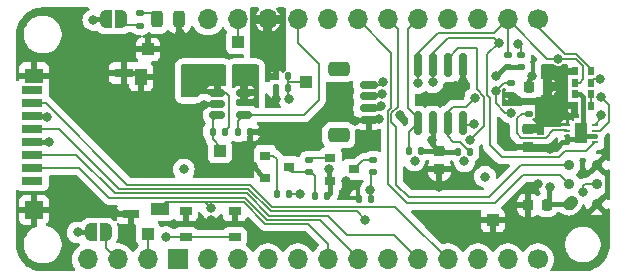
<source format=gbr>
G04 #@! TF.GenerationSoftware,KiCad,Pcbnew,8.0.3*
G04 #@! TF.CreationDate,2024-06-26T11:29:34-05:00*
G04 #@! TF.ProjectId,Bald Sense Wing v3,42616c64-2053-4656-9e73-652057696e67,rev?*
G04 #@! TF.SameCoordinates,Original*
G04 #@! TF.FileFunction,Copper,L1,Top*
G04 #@! TF.FilePolarity,Positive*
%FSLAX46Y46*%
G04 Gerber Fmt 4.6, Leading zero omitted, Abs format (unit mm)*
G04 Created by KiCad (PCBNEW 8.0.3) date 2024-06-26 11:29:34*
%MOMM*%
%LPD*%
G01*
G04 APERTURE LIST*
G04 Aperture macros list*
%AMRoundRect*
0 Rectangle with rounded corners*
0 $1 Rounding radius*
0 $2 $3 $4 $5 $6 $7 $8 $9 X,Y pos of 4 corners*
0 Add a 4 corners polygon primitive as box body*
4,1,4,$2,$3,$4,$5,$6,$7,$8,$9,$2,$3,0*
0 Add four circle primitives for the rounded corners*
1,1,$1+$1,$2,$3*
1,1,$1+$1,$4,$5*
1,1,$1+$1,$6,$7*
1,1,$1+$1,$8,$9*
0 Add four rect primitives between the rounded corners*
20,1,$1+$1,$2,$3,$4,$5,0*
20,1,$1+$1,$4,$5,$6,$7,0*
20,1,$1+$1,$6,$7,$8,$9,0*
20,1,$1+$1,$8,$9,$2,$3,0*%
%AMFreePoly0*
4,1,19,0.500000,-0.750000,0.000000,-0.750000,0.000000,-0.744911,-0.071157,-0.744911,-0.207708,-0.704816,-0.327430,-0.627875,-0.420627,-0.520320,-0.479746,-0.390866,-0.500000,-0.250000,-0.500000,0.250000,-0.479746,0.390866,-0.420627,0.520320,-0.327430,0.627875,-0.207708,0.704816,-0.071157,0.744911,0.000000,0.744911,0.000000,0.750000,0.500000,0.750000,0.500000,-0.750000,0.500000,-0.750000,
$1*%
%AMFreePoly1*
4,1,19,0.000000,0.744911,0.071157,0.744911,0.207708,0.704816,0.327430,0.627875,0.420627,0.520320,0.479746,0.390866,0.500000,0.250000,0.500000,-0.250000,0.479746,-0.390866,0.420627,-0.520320,0.327430,-0.627875,0.207708,-0.704816,0.071157,-0.744911,0.000000,-0.744911,0.000000,-0.750000,-0.500000,-0.750000,-0.500000,0.750000,0.000000,0.750000,0.000000,0.744911,0.000000,0.744911,
$1*%
G04 Aperture macros list end*
G04 #@! TA.AperFunction,EtchedComponent*
%ADD10C,0.000100*%
G04 #@! TD*
G04 #@! TA.AperFunction,SMDPad,CuDef*
%ADD11RoundRect,0.225000X0.225000X0.250000X-0.225000X0.250000X-0.225000X-0.250000X0.225000X-0.250000X0*%
G04 #@! TD*
G04 #@! TA.AperFunction,SMDPad,CuDef*
%ADD12RoundRect,0.243750X0.243750X0.456250X-0.243750X0.456250X-0.243750X-0.456250X0.243750X-0.456250X0*%
G04 #@! TD*
G04 #@! TA.AperFunction,SMDPad,CuDef*
%ADD13FreePoly0,0.000000*%
G04 #@! TD*
G04 #@! TA.AperFunction,SMDPad,CuDef*
%ADD14FreePoly1,0.000000*%
G04 #@! TD*
G04 #@! TA.AperFunction,SMDPad,CuDef*
%ADD15RoundRect,0.135000X-0.135000X-0.185000X0.135000X-0.185000X0.135000X0.185000X-0.135000X0.185000X0*%
G04 #@! TD*
G04 #@! TA.AperFunction,SMDPad,CuDef*
%ADD16RoundRect,0.135000X0.135000X0.185000X-0.135000X0.185000X-0.135000X-0.185000X0.135000X-0.185000X0*%
G04 #@! TD*
G04 #@! TA.AperFunction,SMDPad,CuDef*
%ADD17RoundRect,0.135000X0.185000X-0.135000X0.185000X0.135000X-0.185000X0.135000X-0.185000X-0.135000X0*%
G04 #@! TD*
G04 #@! TA.AperFunction,SMDPad,CuDef*
%ADD18R,0.600000X0.720000*%
G04 #@! TD*
G04 #@! TA.AperFunction,SMDPad,CuDef*
%ADD19RoundRect,0.150000X0.150000X-0.825000X0.150000X0.825000X-0.150000X0.825000X-0.150000X-0.825000X0*%
G04 #@! TD*
G04 #@! TA.AperFunction,SMDPad,CuDef*
%ADD20RoundRect,0.135000X-0.185000X0.135000X-0.185000X-0.135000X0.185000X-0.135000X0.185000X0.135000X0*%
G04 #@! TD*
G04 #@! TA.AperFunction,SMDPad,CuDef*
%ADD21RoundRect,0.225000X-0.250000X0.225000X-0.250000X-0.225000X0.250000X-0.225000X0.250000X0.225000X0*%
G04 #@! TD*
G04 #@! TA.AperFunction,SMDPad,CuDef*
%ADD22R,1.750000X0.700000*%
G04 #@! TD*
G04 #@! TA.AperFunction,SMDPad,CuDef*
%ADD23R,1.550000X1.000000*%
G04 #@! TD*
G04 #@! TA.AperFunction,SMDPad,CuDef*
%ADD24R,1.000000X1.450000*%
G04 #@! TD*
G04 #@! TA.AperFunction,SMDPad,CuDef*
%ADD25R,1.500000X1.500000*%
G04 #@! TD*
G04 #@! TA.AperFunction,SMDPad,CuDef*
%ADD26R,1.500000X1.300000*%
G04 #@! TD*
G04 #@! TA.AperFunction,SMDPad,CuDef*
%ADD27R,1.400000X0.800000*%
G04 #@! TD*
G04 #@! TA.AperFunction,SMDPad,CuDef*
%ADD28R,1.500000X0.800000*%
G04 #@! TD*
G04 #@! TA.AperFunction,SMDPad,CuDef*
%ADD29C,0.910000*%
G04 #@! TD*
G04 #@! TA.AperFunction,SMDPad,CuDef*
%ADD30C,0.500000*%
G04 #@! TD*
G04 #@! TA.AperFunction,SMDPad,CuDef*
%ADD31R,0.900000X0.800000*%
G04 #@! TD*
G04 #@! TA.AperFunction,SMDPad,CuDef*
%ADD32R,0.550000X0.250000*%
G04 #@! TD*
G04 #@! TA.AperFunction,SMDPad,CuDef*
%ADD33R,1.000000X1.700000*%
G04 #@! TD*
G04 #@! TA.AperFunction,SMDPad,CuDef*
%ADD34RoundRect,0.150000X-0.512500X-0.150000X0.512500X-0.150000X0.512500X0.150000X-0.512500X0.150000X0*%
G04 #@! TD*
G04 #@! TA.AperFunction,SMDPad,CuDef*
%ADD35R,1.000000X1.000000*%
G04 #@! TD*
G04 #@! TA.AperFunction,SMDPad,CuDef*
%ADD36R,1.050000X0.650000*%
G04 #@! TD*
G04 #@! TA.AperFunction,SMDPad,CuDef*
%ADD37RoundRect,0.150000X0.625000X-0.150000X0.625000X0.150000X-0.625000X0.150000X-0.625000X-0.150000X0*%
G04 #@! TD*
G04 #@! TA.AperFunction,SMDPad,CuDef*
%ADD38RoundRect,0.250000X0.650000X-0.350000X0.650000X0.350000X-0.650000X0.350000X-0.650000X-0.350000X0*%
G04 #@! TD*
G04 #@! TA.AperFunction,ComponentPad*
%ADD39C,1.700000*%
G04 #@! TD*
G04 #@! TA.AperFunction,ComponentPad*
%ADD40O,1.700000X1.700000*%
G04 #@! TD*
G04 #@! TA.AperFunction,ComponentPad*
%ADD41R,1.700000X1.700000*%
G04 #@! TD*
G04 #@! TA.AperFunction,ViaPad*
%ADD42C,0.800000*%
G04 #@! TD*
G04 #@! TA.AperFunction,Conductor*
%ADD43C,0.406400*%
G04 #@! TD*
G04 #@! TA.AperFunction,Conductor*
%ADD44C,0.203200*%
G04 #@! TD*
G04 #@! TA.AperFunction,Conductor*
%ADD45C,0.152400*%
G04 #@! TD*
G04 APERTURE END LIST*
D10*
X72739780Y-41630311D02*
X72787090Y-41636960D01*
X72833446Y-41648517D01*
X72878340Y-41664857D01*
X72921280Y-41685801D01*
X72961795Y-41711117D01*
X72999443Y-41740531D01*
X73033809Y-41773718D01*
X73064518Y-41810316D01*
X73091234Y-41849923D01*
X73113663Y-41892106D01*
X73131560Y-41936402D01*
X73144728Y-41982326D01*
X73153024Y-42029376D01*
X73156357Y-42077034D01*
X73154689Y-42124780D01*
X73148040Y-42172090D01*
X73136483Y-42218446D01*
X73120143Y-42263340D01*
X73099199Y-42306280D01*
X73073883Y-42346795D01*
X73044469Y-42384443D01*
X73010000Y-42420000D01*
X72900000Y-42520000D01*
X72800000Y-42620000D01*
X72762032Y-42654454D01*
X72723409Y-42682516D01*
X72682064Y-42706386D01*
X72638451Y-42725804D01*
X72593047Y-42740556D01*
X72546349Y-42750482D01*
X72498870Y-42755473D01*
X72451130Y-42755473D01*
X72403651Y-42750482D01*
X72356953Y-42740556D01*
X72311549Y-42725804D01*
X72267936Y-42706386D01*
X72226591Y-42682516D01*
X72187968Y-42654454D01*
X72152490Y-42622510D01*
X72120546Y-42587032D01*
X72092484Y-42548409D01*
X72068614Y-42507064D01*
X72049196Y-42463451D01*
X72034444Y-42418047D01*
X72024518Y-42371349D01*
X72019527Y-42323870D01*
X72019527Y-42276130D01*
X72024518Y-42228651D01*
X72034444Y-42181953D01*
X72049196Y-42136549D01*
X72068614Y-42092936D01*
X72092484Y-42051591D01*
X72120546Y-42012968D01*
X72150000Y-41980000D01*
X72390000Y-41750000D01*
X72425316Y-41720482D01*
X72464923Y-41693766D01*
X72507106Y-41671337D01*
X72551402Y-41653440D01*
X72597326Y-41640272D01*
X72644376Y-41631976D01*
X72692034Y-41628643D01*
X72739780Y-41630311D01*
G04 #@! TA.AperFunction,EtchedComponent*
G36*
X72739780Y-41630311D02*
G01*
X72787090Y-41636960D01*
X72833446Y-41648517D01*
X72878340Y-41664857D01*
X72921280Y-41685801D01*
X72961795Y-41711117D01*
X72999443Y-41740531D01*
X73033809Y-41773718D01*
X73064518Y-41810316D01*
X73091234Y-41849923D01*
X73113663Y-41892106D01*
X73131560Y-41936402D01*
X73144728Y-41982326D01*
X73153024Y-42029376D01*
X73156357Y-42077034D01*
X73154689Y-42124780D01*
X73148040Y-42172090D01*
X73136483Y-42218446D01*
X73120143Y-42263340D01*
X73099199Y-42306280D01*
X73073883Y-42346795D01*
X73044469Y-42384443D01*
X73010000Y-42420000D01*
X72900000Y-42520000D01*
X72800000Y-42620000D01*
X72762032Y-42654454D01*
X72723409Y-42682516D01*
X72682064Y-42706386D01*
X72638451Y-42725804D01*
X72593047Y-42740556D01*
X72546349Y-42750482D01*
X72498870Y-42755473D01*
X72451130Y-42755473D01*
X72403651Y-42750482D01*
X72356953Y-42740556D01*
X72311549Y-42725804D01*
X72267936Y-42706386D01*
X72226591Y-42682516D01*
X72187968Y-42654454D01*
X72152490Y-42622510D01*
X72120546Y-42587032D01*
X72092484Y-42548409D01*
X72068614Y-42507064D01*
X72049196Y-42463451D01*
X72034444Y-42418047D01*
X72024518Y-42371349D01*
X72019527Y-42323870D01*
X72019527Y-42276130D01*
X72024518Y-42228651D01*
X72034444Y-42181953D01*
X72049196Y-42136549D01*
X72068614Y-42092936D01*
X72092484Y-42051591D01*
X72120546Y-42012968D01*
X72150000Y-41980000D01*
X72390000Y-41750000D01*
X72425316Y-41720482D01*
X72464923Y-41693766D01*
X72507106Y-41671337D01*
X72551402Y-41653440D01*
X72597326Y-41640272D01*
X72644376Y-41631976D01*
X72692034Y-41628643D01*
X72739780Y-41630311D01*
G37*
G04 #@! TD.AperFunction*
D11*
X70600000Y-42400000D03*
X69050000Y-42400000D03*
D12*
X39497000Y-26670000D03*
X37622000Y-26670000D03*
D13*
X33274000Y-26670000D03*
D14*
X34574000Y-26670000D03*
D15*
X47699200Y-31496000D03*
X48719200Y-31496000D03*
D16*
X48719200Y-32512000D03*
X47699200Y-32512000D03*
D17*
X68453000Y-30736000D03*
X68453000Y-29716000D03*
D18*
X74360000Y-31057000D03*
X74360000Y-32027000D03*
X74360000Y-32997000D03*
X74360000Y-33967000D03*
X72960000Y-33967000D03*
X72960000Y-32997000D03*
X72960000Y-32027000D03*
X72960000Y-31057000D03*
D19*
X59677300Y-35469600D03*
X60947300Y-35469600D03*
X62217300Y-35469600D03*
X63487300Y-35469600D03*
X63487300Y-30519600D03*
X62217300Y-30519600D03*
X60947300Y-30519600D03*
X59677300Y-30519600D03*
D15*
X63091600Y-37896800D03*
X64111600Y-37896800D03*
D16*
X59946000Y-37846000D03*
X58926000Y-37846000D03*
D20*
X36195000Y-26162000D03*
X36195000Y-27182000D03*
D13*
X31989000Y-44704000D03*
D14*
X33289000Y-44704000D03*
D21*
X61518800Y-37807600D03*
X61518800Y-39357600D03*
D22*
X27051000Y-40343000D03*
X27051000Y-39243000D03*
X27051000Y-38143000D03*
X27051000Y-37043000D03*
X27051000Y-35943000D03*
X27051000Y-34843000D03*
X27051000Y-33743000D03*
X27051000Y-32643000D03*
D23*
X37851000Y-42718000D03*
D24*
X36276000Y-31518000D03*
D25*
X27176000Y-42793000D03*
D26*
X27176000Y-31443000D03*
D27*
X35426000Y-43118000D03*
D28*
X34776000Y-31193000D03*
D29*
X74830000Y-42290000D03*
X74830000Y-40640000D03*
X74830000Y-38990000D03*
X72490000Y-38990000D03*
X72490000Y-40640000D03*
D30*
X72490000Y-42290000D03*
D11*
X70675800Y-32359600D03*
X69125800Y-32359600D03*
D31*
X52289200Y-38420000D03*
X52289200Y-40320000D03*
X54289200Y-39370000D03*
D17*
X55930800Y-39600600D03*
X55930800Y-38580600D03*
D31*
X46777400Y-38191400D03*
X46777400Y-40091400D03*
X48777400Y-39141400D03*
D17*
X50500000Y-39600600D03*
X50500000Y-38580600D03*
D15*
X50969100Y-41656000D03*
X51989100Y-41656000D03*
X47750000Y-41452800D03*
X48770000Y-41452800D03*
X54690800Y-41910000D03*
X55710800Y-41910000D03*
D17*
X67310000Y-30736000D03*
X67310000Y-29716000D03*
D21*
X69062600Y-35902600D03*
X69062600Y-37452600D03*
D32*
X74708000Y-37072000D03*
X74708000Y-36572000D03*
X74708000Y-36072000D03*
X74708000Y-35572000D03*
X72358000Y-35572000D03*
X72358000Y-36072000D03*
X72358000Y-36572000D03*
X72358000Y-37072000D03*
D33*
X73533000Y-36322000D03*
D34*
X42702900Y-32868700D03*
X42702900Y-33818700D03*
X42702900Y-34768700D03*
X44977900Y-34768700D03*
X44977900Y-32868700D03*
D17*
X69088000Y-34647600D03*
X69088000Y-33627600D03*
D35*
X36830000Y-44805600D03*
X42926000Y-37846000D03*
X66040000Y-43688000D03*
D20*
X67614800Y-32052800D03*
X67614800Y-33072800D03*
D36*
X40046000Y-42926000D03*
X44196000Y-42926000D03*
X40046000Y-45076000D03*
X44196000Y-45076000D03*
D35*
X36830000Y-29210000D03*
D37*
X55528600Y-35180400D03*
X55528600Y-34180400D03*
X55528600Y-33180400D03*
X55528600Y-32180400D03*
D38*
X53003600Y-36480400D03*
X53003600Y-30880400D03*
D35*
X44450000Y-28600400D03*
D15*
X42314400Y-36169600D03*
X43334400Y-36169600D03*
D35*
X50241200Y-32004000D03*
D16*
X45518800Y-36220400D03*
X44498800Y-36220400D03*
D39*
X69850000Y-46990000D03*
D40*
X67310000Y-46990000D03*
X64770000Y-46990000D03*
X62230000Y-46990000D03*
X59690000Y-46990000D03*
X57150000Y-46990000D03*
X54610000Y-46990000D03*
X52070000Y-46990000D03*
X49530000Y-46990000D03*
X46990000Y-46990000D03*
X44450000Y-46990000D03*
X41910000Y-46990000D03*
D41*
X39370000Y-46990000D03*
D40*
X36830000Y-46990000D03*
X34290000Y-46990000D03*
X31750000Y-46990000D03*
D39*
X69850000Y-26670000D03*
D40*
X67310000Y-26670000D03*
X64770000Y-26670000D03*
X62230000Y-26670000D03*
X59690000Y-26670000D03*
X57150000Y-26670000D03*
X54610000Y-26670000D03*
X52070000Y-26670000D03*
X49530000Y-26670000D03*
X46990000Y-26670000D03*
X44450000Y-26670000D03*
X41910000Y-26670000D03*
D42*
X40132000Y-30988000D03*
X30886400Y-44704000D03*
X28448000Y-37084000D03*
X66293990Y-31496000D03*
X56533603Y-34014733D03*
X32207200Y-26720800D03*
X41148000Y-31750000D03*
X40132000Y-32766000D03*
X70866000Y-40894000D03*
X70358000Y-35306000D03*
X65379600Y-39979600D03*
X70358000Y-33782000D03*
X60909200Y-36880800D03*
X39522400Y-27787600D03*
X47701200Y-33375600D03*
X61468000Y-40894000D03*
X70873802Y-37604000D03*
X54356000Y-35306000D03*
X41605200Y-33883600D03*
X28321000Y-34925000D03*
X42164000Y-43688000D03*
X37592000Y-31496000D03*
X58166000Y-34798000D03*
X34042598Y-43078400D03*
X53594000Y-40386000D03*
X63500000Y-31902400D03*
X30226000Y-41402000D03*
X46431200Y-36220400D03*
X45720000Y-39116000D03*
X69850000Y-40640000D03*
X69392800Y-31496000D03*
X56434200Y-35079810D03*
X38354000Y-45075990D03*
X60960000Y-32004000D03*
X56688200Y-33011706D03*
X68163969Y-28711631D03*
X66548000Y-28625800D03*
X59740800Y-32054800D03*
X71580000Y-30030000D03*
X75240378Y-34798000D03*
X56779342Y-31963705D03*
X44958000Y-32004000D03*
X44958000Y-30988000D03*
X45008800Y-33578800D03*
X63635142Y-38679871D03*
X39877994Y-39370000D03*
X73710800Y-41249600D03*
X55219600Y-43637204D03*
X66294000Y-32765988D03*
X75099924Y-31751087D03*
X67564006Y-34585523D03*
X55676800Y-41148000D03*
X48768000Y-33375600D03*
X49682400Y-41452800D03*
X64551800Y-33299400D03*
X64459699Y-35529099D03*
X42164000Y-42672000D03*
X75212402Y-33274000D03*
X64135002Y-36880800D03*
X52171600Y-39372402D03*
X59418410Y-38618908D03*
D43*
X32258000Y-26670000D02*
X32207200Y-26720800D01*
X61608000Y-37896800D02*
X61518800Y-37807600D01*
X33274000Y-26670000D02*
X32258000Y-26670000D01*
X60947300Y-35469600D02*
X60947300Y-37236100D01*
X67053990Y-30736000D02*
X66293990Y-31496000D01*
X70838300Y-40921700D02*
X70866000Y-40894000D01*
X31989000Y-44704000D02*
X30886400Y-44704000D01*
X28407000Y-37043000D02*
X28448000Y-37084000D01*
X68453000Y-30736000D02*
X67310000Y-30736000D01*
X67870800Y-33072800D02*
X68326000Y-33528000D01*
X56367936Y-34180400D02*
X56533603Y-34014733D01*
D44*
X43688000Y-33121600D02*
X43435100Y-32868700D01*
D43*
X67310000Y-30736000D02*
X67053990Y-30736000D01*
D44*
X43334400Y-36169600D02*
X43688000Y-35816000D01*
D43*
X70838300Y-42418000D02*
X70838300Y-40921700D01*
X67614800Y-33072800D02*
X67870800Y-33072800D01*
X61480400Y-37846000D02*
X61518800Y-37807600D01*
X72490000Y-42290000D02*
X70966300Y-42290000D01*
X69088000Y-33627600D02*
X68425600Y-33627600D01*
X60909200Y-37198000D02*
X61518800Y-37807600D01*
X68425600Y-33627600D02*
X68326000Y-33528000D01*
D44*
X43688000Y-35816000D02*
X43688000Y-33121600D01*
D43*
X55528600Y-34180400D02*
X56367936Y-34180400D01*
X27051000Y-37043000D02*
X28407000Y-37043000D01*
X59946000Y-37846000D02*
X61480400Y-37846000D01*
X70966300Y-42290000D02*
X70838300Y-42418000D01*
D44*
X43435100Y-32868700D02*
X42702900Y-32868700D01*
D43*
X63091600Y-37896800D02*
X61608000Y-37896800D01*
X60909200Y-36880800D02*
X60909200Y-37198000D01*
X69125800Y-32359600D02*
X69125800Y-31763000D01*
X71906000Y-37072000D02*
X71374000Y-37604000D01*
X70862702Y-37615100D02*
X70873802Y-37604000D01*
X72960000Y-32997000D02*
X73383000Y-32997000D01*
X73152000Y-36830000D02*
X73533000Y-36449000D01*
X47699200Y-33373600D02*
X47701200Y-33375600D01*
X73383000Y-32997000D02*
X73660000Y-33274000D01*
X72358000Y-37072000D02*
X71906000Y-37072000D01*
X55528600Y-35180400D02*
X56333610Y-35180400D01*
X47699200Y-32512000D02*
X47699200Y-33373600D01*
X28239000Y-34843000D02*
X28321000Y-34925000D01*
X73533000Y-36322000D02*
X73533000Y-36449000D01*
X27051000Y-34843000D02*
X28239000Y-34843000D01*
X45518800Y-36220400D02*
X46431200Y-36220400D01*
X69062600Y-37615100D02*
X70862702Y-37615100D01*
X69050000Y-41389200D02*
X69062602Y-41376598D01*
X30569400Y-42404200D02*
X30894400Y-42729200D01*
X34082198Y-43118000D02*
X34042598Y-43078400D01*
X39497000Y-27762200D02*
X39522400Y-27787600D01*
X74708000Y-36572000D02*
X73783000Y-36572000D01*
X42702900Y-33818700D02*
X41670100Y-33818700D01*
X35426000Y-43118000D02*
X34082198Y-43118000D01*
X35951000Y-31193000D02*
X36276000Y-31518000D01*
X72358000Y-36572000D02*
X72358000Y-36830000D01*
X63487300Y-30519600D02*
X63487300Y-31889700D01*
X41670100Y-33818700D02*
X41605200Y-33883600D01*
X75691400Y-41428600D02*
X75691400Y-39851400D01*
X73660000Y-33274000D02*
X73660000Y-36195000D01*
X56333610Y-35180400D02*
X56434200Y-35079810D01*
X29394400Y-42404200D02*
X30569400Y-42404200D01*
X46695400Y-40091400D02*
X45720000Y-39116000D01*
X72358000Y-36830000D02*
X72358000Y-37072000D01*
X39497000Y-26670000D02*
X39497000Y-27762200D01*
X69050000Y-42400000D02*
X69050000Y-41389200D01*
X73660000Y-36195000D02*
X73533000Y-36322000D01*
X69125800Y-31763000D02*
X69392800Y-31496000D01*
X74830000Y-42290000D02*
X75691400Y-41428600D01*
X63487300Y-31889700D02*
X63500000Y-31902400D01*
X73152000Y-36830000D02*
X72358000Y-36830000D01*
X34776000Y-31193000D02*
X35951000Y-31193000D01*
X71374000Y-37604000D02*
X70873802Y-37604000D01*
X75691400Y-39851400D02*
X74830000Y-38990000D01*
D45*
X36195000Y-26162000D02*
X37114000Y-26162000D01*
X37114000Y-26162000D02*
X37622000Y-26670000D01*
X36830000Y-44805600D02*
X36830000Y-46990000D01*
X38354000Y-45075990D02*
X38354010Y-45076000D01*
X40046000Y-45076000D02*
X44196000Y-45076000D01*
X38354010Y-45076000D02*
X40046000Y-45076000D01*
X60947300Y-30519600D02*
X60947300Y-29544600D01*
X68453000Y-29000662D02*
X68163969Y-28711631D01*
X73100916Y-29610000D02*
X72180000Y-29610000D01*
X65567800Y-29606000D02*
X65567800Y-33066802D01*
X73940400Y-37846000D02*
X74708000Y-37078400D01*
X66173398Y-28251198D02*
X66548000Y-28625800D01*
X68453000Y-29716000D02*
X68453000Y-29000662D01*
X69850000Y-27280000D02*
X69850000Y-26670000D01*
X60947300Y-29544600D02*
X62240702Y-28251198D01*
X56519506Y-33180400D02*
X56688200Y-33011706D01*
X73275458Y-29784542D02*
X74360000Y-30869083D01*
X71628000Y-38354000D02*
X72136000Y-37846000D01*
X55528600Y-33180400D02*
X56519506Y-33180400D01*
X72180000Y-29610000D02*
X69850000Y-27280000D01*
X73275458Y-29784542D02*
X73100916Y-29610000D01*
X60960000Y-32004000D02*
X60960000Y-30532300D01*
X66046398Y-28251198D02*
X66173398Y-28251198D01*
X66548000Y-28625800D02*
X65567800Y-29606000D01*
X74360000Y-30869083D02*
X74360000Y-31057000D01*
X66802000Y-38354000D02*
X71628000Y-38354000D01*
X62240702Y-28251198D02*
X66046398Y-28251198D01*
X65567800Y-33066802D02*
X65786000Y-33285002D01*
X65786000Y-33285002D02*
X65786000Y-37338000D01*
X72136000Y-37846000D02*
X73940400Y-37846000D01*
X65786000Y-37338000D02*
X66802000Y-38354000D01*
X60960000Y-30532300D02*
X60947300Y-30519600D01*
X59677300Y-30519600D02*
X59677300Y-29544600D01*
X66155199Y-27824801D02*
X67310000Y-26670000D01*
X59677300Y-31991300D02*
X59740800Y-32054800D01*
X75240378Y-35039622D02*
X74708000Y-35572000D01*
X72960000Y-32027000D02*
X73383000Y-32027000D01*
X73105000Y-30030000D02*
X71580000Y-30030000D01*
X73660000Y-31750000D02*
X73660000Y-30585000D01*
X73660000Y-30585000D02*
X73105000Y-30030000D01*
X59677300Y-30519600D02*
X59677300Y-31991300D01*
X73383000Y-32027000D02*
X73660000Y-31750000D01*
X55528600Y-32180400D02*
X56562647Y-32180400D01*
X70670000Y-30030000D02*
X71580000Y-30030000D01*
X67310000Y-26670000D02*
X67310000Y-29716000D01*
X59677300Y-29544600D02*
X61397099Y-27824801D01*
X67310000Y-26670000D02*
X70670000Y-30030000D01*
X61397099Y-27824801D02*
X66155199Y-27824801D01*
X75240378Y-34798000D02*
X75240378Y-35039622D01*
X56562647Y-32180400D02*
X56779342Y-31963705D01*
X45008800Y-33578800D02*
X45008800Y-32899600D01*
X33289000Y-44704000D02*
X33289000Y-45989000D01*
X45008800Y-32899600D02*
X44977900Y-32868700D01*
X33289000Y-45989000D02*
X34290000Y-46990000D01*
X44450000Y-28600400D02*
X44450000Y-26670000D01*
X73710800Y-40792400D02*
X73863200Y-40640000D01*
X73710800Y-41249600D02*
X73710800Y-40792400D01*
X73863200Y-40640000D02*
X74830000Y-40640000D01*
X47359200Y-42533200D02*
X57773204Y-42533200D01*
X28199661Y-33743000D02*
X35103565Y-40646904D01*
X35103565Y-40646904D02*
X45472904Y-40646904D01*
X62230000Y-46990000D02*
X58775604Y-43535604D01*
X27051000Y-33743000D02*
X28199661Y-33743000D01*
X57773204Y-42533200D02*
X58775604Y-43535600D01*
X58775604Y-43535604D02*
X58775604Y-43535600D01*
X45472904Y-40646904D02*
X47359200Y-42533200D01*
X27051000Y-38143000D02*
X30777000Y-38143000D01*
X57658000Y-44958000D02*
X59690000Y-46990000D01*
X52051000Y-43288000D02*
X53721000Y-44958000D01*
X34036000Y-41402000D02*
X45212000Y-41402000D01*
X53721000Y-44958000D02*
X57658000Y-44958000D01*
X47098000Y-43288000D02*
X52051000Y-43288000D01*
X45212000Y-41402000D02*
X47098000Y-43288000D01*
X30777000Y-38143000D02*
X34036000Y-41402000D01*
X29339000Y-35943000D02*
X34395304Y-40999304D01*
X34395304Y-40999304D02*
X45317304Y-40999304D01*
X54508396Y-42926000D02*
X55219600Y-43637204D01*
X47244000Y-42926000D02*
X54508396Y-42926000D01*
X27051000Y-35943000D02*
X29339000Y-35943000D01*
X45317304Y-40999304D02*
X47244000Y-42926000D01*
X67097523Y-34585523D02*
X66294000Y-33782000D01*
X67564006Y-34585523D02*
X67097523Y-34585523D01*
X66294000Y-33782000D02*
X66294000Y-32765988D01*
X75099924Y-31751087D02*
X74635913Y-31751087D01*
X67007188Y-32052800D02*
X66294000Y-32765988D01*
X67614800Y-32052800D02*
X67007188Y-32052800D01*
X74635913Y-31751087D02*
X74360000Y-32027000D01*
X55710800Y-41910000D02*
X55710800Y-39820600D01*
X55710800Y-39820600D02*
X55930800Y-39600600D01*
X48719200Y-32512000D02*
X48719200Y-33326800D01*
X48719200Y-33326800D02*
X48768000Y-33375600D01*
X48719200Y-32004000D02*
X48719200Y-32512000D01*
X48719200Y-31496000D02*
X48719200Y-32004000D01*
X50241200Y-32004000D02*
X48719200Y-32004000D01*
X49682400Y-41452800D02*
X48770000Y-41452800D01*
X49530000Y-26670000D02*
X49530000Y-28702000D01*
X51308000Y-30480000D02*
X51308000Y-33528000D01*
X44498800Y-35247800D02*
X44977900Y-34768700D01*
X49530000Y-28702000D02*
X51308000Y-30480000D01*
X51308000Y-33528000D02*
X50067300Y-34768700D01*
X50067300Y-34768700D02*
X44977900Y-34768700D01*
X44498800Y-36220400D02*
X44498800Y-35247800D01*
D43*
X47650400Y-31447200D02*
X47699200Y-31496000D01*
D45*
X58926000Y-37846000D02*
X58926000Y-36220900D01*
X59690000Y-26670000D02*
X58840000Y-27520000D01*
X58840000Y-27520000D02*
X58840000Y-34190998D01*
X59677300Y-35028298D02*
X59677300Y-35469600D01*
X58926000Y-36220900D02*
X59677300Y-35469600D01*
X58840000Y-34190998D02*
X59677300Y-35028298D01*
X62217300Y-35469600D02*
X62217300Y-34494600D01*
X62217300Y-36563300D02*
X62711600Y-37057600D01*
X63789800Y-34061400D02*
X64551800Y-33299400D01*
X62650500Y-34061400D02*
X63789800Y-34061400D01*
X62711600Y-37057600D02*
X63272400Y-37057600D01*
X62217300Y-34494600D02*
X62650500Y-34061400D01*
X63272400Y-37057600D02*
X64111600Y-37896800D01*
X62217300Y-35469600D02*
X62217300Y-36563300D01*
X64352598Y-35636200D02*
X64459699Y-35529099D01*
X63653900Y-35636200D02*
X64352598Y-35636200D01*
X57160400Y-34381466D02*
X57414400Y-34127466D01*
X71728000Y-39878000D02*
X68580000Y-39878000D01*
X57160400Y-40599600D02*
X57160400Y-34381466D01*
X57414400Y-34127466D02*
X57414400Y-29474400D01*
X57414400Y-29474400D02*
X54610000Y-26670000D01*
X72490000Y-40640000D02*
X71728000Y-39878000D01*
X58801000Y-42240200D02*
X57160400Y-40599600D01*
X66217800Y-42240200D02*
X58801000Y-42240200D01*
X68580000Y-39878000D02*
X66217800Y-42240200D01*
X57439800Y-35352802D02*
X57439800Y-34632000D01*
X68452000Y-38990000D02*
X65729233Y-41712767D01*
X57439800Y-34632000D02*
X58000000Y-34071800D01*
X58914503Y-41712767D02*
X57865198Y-40663462D01*
X58000000Y-27520000D02*
X57150000Y-26670000D01*
X58000000Y-34071800D02*
X58000000Y-27520000D01*
X72490000Y-38990000D02*
X68452000Y-38990000D01*
X57865198Y-40663462D02*
X57865198Y-35778200D01*
X65729233Y-41712767D02*
X58914503Y-41712767D01*
X57865198Y-35778200D02*
X57439800Y-35352802D01*
X54610000Y-46828616D02*
X54610000Y-46990000D01*
X51421784Y-43640400D02*
X54610000Y-46828616D01*
X31013400Y-39243000D02*
X33528000Y-41757600D01*
X46932768Y-43640400D02*
X51421784Y-43640400D01*
X45049968Y-41757600D02*
X46932768Y-43640400D01*
X27051000Y-39243000D02*
X31013400Y-39243000D01*
X33528000Y-41757600D02*
X45049968Y-41757600D01*
X37851000Y-42718000D02*
X38405000Y-42164000D01*
X52070000Y-45641600D02*
X52070000Y-46990000D01*
X50421200Y-43992800D02*
X52070000Y-45641600D01*
X46786800Y-43992800D02*
X50421200Y-43992800D01*
X38405000Y-42164000D02*
X41402000Y-42164000D01*
X44958000Y-42164000D02*
X46786800Y-43992800D01*
X41402000Y-42164000D02*
X44958000Y-42164000D01*
X42164000Y-42672000D02*
X41656000Y-42164000D01*
X41656000Y-42164000D02*
X41402000Y-42164000D01*
X75843578Y-35363822D02*
X75135400Y-36072000D01*
X75135400Y-36072000D02*
X74708000Y-36072000D01*
X75843578Y-33905176D02*
X75843578Y-35363822D01*
X75212402Y-33274000D02*
X75843578Y-33905176D01*
X34574000Y-26670000D02*
X35082000Y-27178000D01*
X35082000Y-27178000D02*
X36191000Y-27178000D01*
X36191000Y-27178000D02*
X36195000Y-27182000D01*
X55078600Y-38580600D02*
X54289200Y-39370000D01*
X55930800Y-38580600D02*
X55078600Y-38580600D01*
X50500000Y-38527000D02*
X50607000Y-38420000D01*
X50607000Y-38420000D02*
X52289200Y-38420000D01*
X50500000Y-38580600D02*
X50500000Y-38527000D01*
X49045400Y-39600600D02*
X50500000Y-39600600D01*
X48777400Y-39141400D02*
X48777400Y-39379400D01*
X50500000Y-39600600D02*
X50649600Y-39600600D01*
X48777400Y-39379400D02*
X49022000Y-39624000D01*
X50649600Y-39600600D02*
X50969100Y-39920100D01*
X50969100Y-39920100D02*
X50969100Y-41656000D01*
X49022000Y-39624000D02*
X49045400Y-39600600D01*
X47752000Y-38481000D02*
X47462400Y-38191400D01*
X47462400Y-38191400D02*
X46777400Y-38191400D01*
X47750000Y-41452800D02*
X47750000Y-40896000D01*
X47750000Y-40896000D02*
X47752000Y-40894000D01*
X47752000Y-40894000D02*
X47752000Y-38481000D01*
X68072000Y-35052000D02*
X68476400Y-34647600D01*
X72358000Y-36065600D02*
X71122400Y-36065600D01*
X68476400Y-34647600D02*
X69088000Y-34647600D01*
X68072000Y-36322000D02*
X68072000Y-35052000D01*
X70518000Y-36670000D02*
X68420000Y-36670000D01*
X71122400Y-36065600D02*
X70518000Y-36670000D01*
X68420000Y-36670000D02*
X68072000Y-36322000D01*
X74360000Y-32997000D02*
X74360000Y-33967000D01*
X64681110Y-32575244D02*
X65328800Y-33222934D01*
X65328800Y-33222934D02*
X65328800Y-35687002D01*
X63080890Y-29121110D02*
X64681110Y-29121110D01*
X62217300Y-29984700D02*
X63080890Y-29121110D01*
X65328800Y-35687002D02*
X64135002Y-36880800D01*
X64681110Y-29121110D02*
X64681110Y-32575244D01*
D43*
X52213000Y-40243800D02*
X52213000Y-39488200D01*
X52289200Y-41355900D02*
X51989100Y-41656000D01*
X52289200Y-40320000D02*
X52289200Y-41355900D01*
X52289200Y-40320000D02*
X52213000Y-40243800D01*
D45*
X42314400Y-35157200D02*
X42702900Y-34768700D01*
X42926000Y-37846000D02*
X42926000Y-37439600D01*
X42314400Y-36828000D02*
X42314400Y-36169600D01*
X42926000Y-37439600D02*
X42314400Y-36828000D01*
X42314400Y-36169600D02*
X42314400Y-35157200D01*
G04 #@! TA.AperFunction,Conductor*
G36*
X30787141Y-39847702D02*
G01*
X30808115Y-39864605D01*
X33168978Y-42225470D01*
X33168983Y-42225474D01*
X33168985Y-42225476D01*
X33168986Y-42225477D01*
X33168988Y-42225478D01*
X33200924Y-42243916D01*
X33200925Y-42243916D01*
X33200928Y-42243918D01*
X33302314Y-42302453D01*
X33451023Y-42342300D01*
X34142470Y-42342300D01*
X34210591Y-42362302D01*
X34257084Y-42415958D01*
X34267188Y-42486232D01*
X34260526Y-42512333D01*
X34224505Y-42608907D01*
X34218000Y-42669402D01*
X34218000Y-42864000D01*
X35554000Y-42864000D01*
X35622121Y-42884002D01*
X35668614Y-42937658D01*
X35680000Y-42990000D01*
X35680000Y-44026000D01*
X35710092Y-44026000D01*
X35778213Y-44046002D01*
X35824706Y-44099658D01*
X35834810Y-44169932D01*
X35828148Y-44196033D01*
X35828010Y-44196402D01*
X35828009Y-44196403D01*
X35821500Y-44256950D01*
X35821500Y-45354249D01*
X35828009Y-45414796D01*
X35828011Y-45414804D01*
X35879110Y-45551802D01*
X35879112Y-45551807D01*
X35966738Y-45668861D01*
X36012440Y-45703073D01*
X36054987Y-45759909D01*
X36060051Y-45830725D01*
X36026026Y-45893037D01*
X36014323Y-45903372D01*
X35906763Y-45987090D01*
X35754279Y-46152729D01*
X35665483Y-46288643D01*
X35611479Y-46334731D01*
X35541131Y-46344306D01*
X35476774Y-46314329D01*
X35454517Y-46288643D01*
X35365720Y-46152729D01*
X35220966Y-45995487D01*
X35213240Y-45987094D01*
X35213239Y-45987093D01*
X35213237Y-45987091D01*
X35083525Y-45886132D01*
X35035576Y-45848811D01*
X34837574Y-45741658D01*
X34837572Y-45741657D01*
X34837571Y-45741656D01*
X34624639Y-45668557D01*
X34624630Y-45668555D01*
X34574464Y-45660184D01*
X34402569Y-45631500D01*
X34288997Y-45631500D01*
X34220876Y-45611498D01*
X34174383Y-45557842D01*
X34164279Y-45487568D01*
X34180143Y-45445053D01*
X34178889Y-45444369D01*
X34181040Y-45440426D01*
X34181047Y-45440417D01*
X34237979Y-45315752D01*
X34240255Y-45311403D01*
X34240775Y-45309631D01*
X34240776Y-45309631D01*
X34281953Y-45169394D01*
X34302415Y-45027079D01*
X34302415Y-44970512D01*
X34302500Y-44970222D01*
X34302500Y-44438278D01*
X34302415Y-44437488D01*
X34302415Y-44380920D01*
X34302414Y-44380915D01*
X34283236Y-44247529D01*
X34283235Y-44247524D01*
X34283235Y-44247525D01*
X34281953Y-44238606D01*
X34281953Y-44238605D01*
X34281410Y-44236757D01*
X34269560Y-44196399D01*
X34240775Y-44098368D01*
X34231409Y-44077859D01*
X34221304Y-44007585D01*
X34250797Y-43943004D01*
X34310523Y-43904620D01*
X34381520Y-43904620D01*
X34421532Y-43924648D01*
X34480037Y-43968445D01*
X34616906Y-44019494D01*
X34677402Y-44025999D01*
X34677415Y-44026000D01*
X35172000Y-44026000D01*
X35172000Y-43372000D01*
X34218000Y-43372000D01*
X34218000Y-43566597D01*
X34225348Y-43634930D01*
X34222504Y-43635235D01*
X34219414Y-43692604D01*
X34177873Y-43750179D01*
X34111799Y-43776155D01*
X34042170Y-43762286D01*
X34013146Y-43740153D01*
X34012958Y-43740371D01*
X34009489Y-43737365D01*
X34008416Y-43736547D01*
X34007876Y-43735967D01*
X33911078Y-43652093D01*
X33897416Y-43640255D01*
X33776462Y-43562523D01*
X33643513Y-43501807D01*
X33526776Y-43467530D01*
X33505566Y-43461302D01*
X33505559Y-43461300D01*
X33471456Y-43456397D01*
X33360889Y-43440500D01*
X32789000Y-43440500D01*
X32715921Y-43445727D01*
X32715918Y-43445727D01*
X32715910Y-43445729D01*
X32679579Y-43456397D01*
X32626151Y-43460219D01*
X32489000Y-43440500D01*
X31917111Y-43440500D01*
X31820665Y-43454366D01*
X31772440Y-43461300D01*
X31772433Y-43461302D01*
X31650977Y-43496965D01*
X31634487Y-43501807D01*
X31501538Y-43562523D01*
X31501536Y-43562524D01*
X31501530Y-43562527D01*
X31386290Y-43636587D01*
X31384836Y-43637415D01*
X31380577Y-43640259D01*
X31270121Y-43735971D01*
X31230423Y-43781785D01*
X31170696Y-43820168D01*
X31109002Y-43822519D01*
X30981887Y-43795500D01*
X30790913Y-43795500D01*
X30604111Y-43835206D01*
X30429647Y-43912882D01*
X30275144Y-44025135D01*
X30147365Y-44167048D01*
X30147358Y-44167058D01*
X30051876Y-44332438D01*
X30051873Y-44332445D01*
X29992857Y-44514072D01*
X29972896Y-44704000D01*
X29992857Y-44893927D01*
X30017648Y-44970222D01*
X30051873Y-45075556D01*
X30051876Y-45075561D01*
X30147358Y-45240941D01*
X30147365Y-45240951D01*
X30275144Y-45382864D01*
X30275147Y-45382866D01*
X30429648Y-45495118D01*
X30604112Y-45572794D01*
X30790913Y-45612500D01*
X30943526Y-45612500D01*
X31011647Y-45632502D01*
X31058140Y-45686158D01*
X31068244Y-45756432D01*
X31038750Y-45821012D01*
X31008403Y-45845374D01*
X31008787Y-45845961D01*
X31004424Y-45848811D01*
X30826762Y-45987091D01*
X30674279Y-46152729D01*
X30674275Y-46152734D01*
X30551141Y-46341206D01*
X30460703Y-46547386D01*
X30460702Y-46547387D01*
X30405437Y-46765624D01*
X30405436Y-46765630D01*
X30405436Y-46765632D01*
X30386844Y-46990000D01*
X30402882Y-47183551D01*
X30405437Y-47214375D01*
X30460702Y-47432612D01*
X30460703Y-47432613D01*
X30460704Y-47432616D01*
X30532472Y-47596231D01*
X30551141Y-47638793D01*
X30663378Y-47810585D01*
X30683891Y-47878553D01*
X30664402Y-47946822D01*
X30611097Y-47993717D01*
X30557895Y-48005500D01*
X27943806Y-48005500D01*
X27936198Y-48005270D01*
X27672120Y-47989296D01*
X27657016Y-47987462D01*
X27400542Y-47940462D01*
X27385772Y-47936822D01*
X27174766Y-47871069D01*
X27136823Y-47859246D01*
X27122597Y-47853850D01*
X26884826Y-47746838D01*
X26871354Y-47739768D01*
X26648207Y-47604870D01*
X26635690Y-47596231D01*
X26430427Y-47435417D01*
X26419039Y-47425327D01*
X26234672Y-47240960D01*
X26224582Y-47229572D01*
X26212676Y-47214375D01*
X26063765Y-47024305D01*
X26055131Y-47011796D01*
X25920227Y-46788639D01*
X25913161Y-46775173D01*
X25908867Y-46765632D01*
X25806147Y-46537397D01*
X25800756Y-46523185D01*
X25723174Y-46274215D01*
X25719540Y-46259469D01*
X25672535Y-46002972D01*
X25670704Y-45987890D01*
X25654730Y-45723801D01*
X25654500Y-45716194D01*
X25654500Y-45594038D01*
X26339500Y-45594038D01*
X26339500Y-45845962D01*
X26361978Y-45987879D01*
X26378911Y-46094790D01*
X26450244Y-46314329D01*
X26456759Y-46334379D01*
X26571130Y-46558845D01*
X26719207Y-46762656D01*
X26719209Y-46762658D01*
X26719211Y-46762661D01*
X26897338Y-46940788D01*
X26897341Y-46940790D01*
X26897344Y-46940793D01*
X27101155Y-47088870D01*
X27325621Y-47203241D01*
X27565215Y-47281090D01*
X27814038Y-47320500D01*
X27814041Y-47320500D01*
X28065959Y-47320500D01*
X28065962Y-47320500D01*
X28314785Y-47281090D01*
X28554379Y-47203241D01*
X28778845Y-47088870D01*
X28982656Y-46940793D01*
X29160793Y-46762656D01*
X29308870Y-46558845D01*
X29423241Y-46334379D01*
X29501090Y-46094785D01*
X29540500Y-45845962D01*
X29540500Y-45594038D01*
X29501090Y-45345215D01*
X29423241Y-45105621D01*
X29308870Y-44881155D01*
X29160793Y-44677344D01*
X29160790Y-44677341D01*
X29160788Y-44677338D01*
X28982661Y-44499211D01*
X28982658Y-44499209D01*
X28982656Y-44499207D01*
X28819841Y-44380915D01*
X28778848Y-44351132D01*
X28778847Y-44351131D01*
X28778845Y-44351130D01*
X28554379Y-44236759D01*
X28554376Y-44236758D01*
X28554374Y-44236757D01*
X28314788Y-44158910D01*
X28314783Y-44158909D01*
X28308946Y-44157985D01*
X28244794Y-44127572D01*
X28207268Y-44067303D01*
X28208283Y-43996314D01*
X28247516Y-43937143D01*
X28253151Y-43932668D01*
X28288904Y-43905903D01*
X28376444Y-43788965D01*
X28376444Y-43788964D01*
X28427494Y-43652093D01*
X28433999Y-43591597D01*
X28434000Y-43591585D01*
X28434000Y-43047000D01*
X27430000Y-43047000D01*
X27430000Y-44076592D01*
X27433241Y-44082528D01*
X27428176Y-44153343D01*
X27385629Y-44210179D01*
X27349059Y-44229143D01*
X27325627Y-44236757D01*
X27325621Y-44236759D01*
X27325619Y-44236759D01*
X27325619Y-44236760D01*
X27101151Y-44351132D01*
X26897341Y-44499209D01*
X26897338Y-44499211D01*
X26719211Y-44677338D01*
X26719209Y-44677341D01*
X26571132Y-44881151D01*
X26456760Y-45105619D01*
X26456757Y-45105625D01*
X26378911Y-45345209D01*
X26378910Y-45345214D01*
X26378910Y-45345215D01*
X26339500Y-45594038D01*
X25654500Y-45594038D01*
X25654500Y-43591597D01*
X25918000Y-43591597D01*
X25924505Y-43652093D01*
X25975555Y-43788964D01*
X25975555Y-43788965D01*
X26063095Y-43905904D01*
X26180034Y-43993444D01*
X26316906Y-44044494D01*
X26377402Y-44050999D01*
X26377415Y-44051000D01*
X26922000Y-44051000D01*
X26922000Y-43047000D01*
X25918000Y-43047000D01*
X25918000Y-43591597D01*
X25654500Y-43591597D01*
X25654500Y-41994402D01*
X25918000Y-41994402D01*
X25918000Y-42539000D01*
X26922000Y-42539000D01*
X27430000Y-42539000D01*
X28434000Y-42539000D01*
X28434000Y-41994414D01*
X28433999Y-41994402D01*
X28427494Y-41933906D01*
X28376444Y-41797035D01*
X28376444Y-41797034D01*
X28288904Y-41680095D01*
X28171965Y-41592555D01*
X28035093Y-41541505D01*
X27974597Y-41535000D01*
X27430000Y-41535000D01*
X27430000Y-42539000D01*
X26922000Y-42539000D01*
X26922000Y-41535000D01*
X26377402Y-41535000D01*
X26316906Y-41541505D01*
X26180035Y-41592555D01*
X26180034Y-41592555D01*
X26063095Y-41680095D01*
X25975555Y-41797034D01*
X25975555Y-41797035D01*
X25924505Y-41933906D01*
X25918000Y-41994402D01*
X25654500Y-41994402D01*
X25654500Y-41189521D01*
X25674502Y-41121400D01*
X25728158Y-41074907D01*
X25798432Y-41064803D01*
X25856009Y-41088653D01*
X25929792Y-41143887D01*
X25929794Y-41143888D01*
X25929796Y-41143889D01*
X25971082Y-41159288D01*
X26066795Y-41194988D01*
X26066803Y-41194990D01*
X26127350Y-41201499D01*
X26127355Y-41201499D01*
X26127362Y-41201500D01*
X26127368Y-41201500D01*
X27974632Y-41201500D01*
X27974638Y-41201500D01*
X27974645Y-41201499D01*
X27974649Y-41201499D01*
X28035196Y-41194990D01*
X28035199Y-41194989D01*
X28035201Y-41194989D01*
X28172204Y-41143889D01*
X28190499Y-41130194D01*
X28289261Y-41056261D01*
X28376887Y-40939207D01*
X28376887Y-40939206D01*
X28376889Y-40939204D01*
X28427989Y-40802201D01*
X28431598Y-40768638D01*
X28434499Y-40741649D01*
X28434500Y-40741632D01*
X28434500Y-39953700D01*
X28454502Y-39885579D01*
X28508158Y-39839086D01*
X28560500Y-39827700D01*
X30719020Y-39827700D01*
X30787141Y-39847702D01*
G37*
G04 #@! TD.AperFunction*
G04 #@! TA.AperFunction,Conductor*
G36*
X69945581Y-40482702D02*
G01*
X69992074Y-40536358D01*
X70002178Y-40606632D01*
X69997293Y-40627636D01*
X69972457Y-40704071D01*
X69952496Y-40894000D01*
X69972457Y-41083927D01*
X70010659Y-41201499D01*
X70031473Y-41265556D01*
X70062103Y-41318609D01*
X70070126Y-41332504D01*
X70086864Y-41401499D01*
X70063644Y-41468591D01*
X70027155Y-41502745D01*
X69916961Y-41570713D01*
X69916953Y-41570720D01*
X69913742Y-41573932D01*
X69851430Y-41607958D01*
X69780615Y-41602893D01*
X69735552Y-41573932D01*
X69732734Y-41571114D01*
X69732728Y-41571109D01*
X69586884Y-41481152D01*
X69424241Y-41427257D01*
X69424229Y-41427255D01*
X69323852Y-41417000D01*
X69304000Y-41417000D01*
X69304000Y-43383000D01*
X69323853Y-43383000D01*
X69323852Y-43382999D01*
X69424229Y-43372744D01*
X69424241Y-43372742D01*
X69586884Y-43318847D01*
X69732727Y-43228890D01*
X69735546Y-43226072D01*
X69737960Y-43224753D01*
X69738486Y-43224338D01*
X69738556Y-43224427D01*
X69797856Y-43192043D01*
X69868672Y-43197104D01*
X69913745Y-43226070D01*
X69916960Y-43229285D01*
X70062899Y-43319302D01*
X70225664Y-43373236D01*
X70245756Y-43375288D01*
X70326120Y-43383500D01*
X70326128Y-43383500D01*
X70873880Y-43383500D01*
X70946936Y-43376035D01*
X70974336Y-43373236D01*
X71137101Y-43319302D01*
X71283040Y-43229285D01*
X71404285Y-43108040D01*
X71432959Y-43061551D01*
X71485744Y-43014075D01*
X71540199Y-43001700D01*
X71757768Y-43001700D01*
X71825889Y-43021702D01*
X71842083Y-43034068D01*
X71842853Y-43034761D01*
X71844339Y-43036099D01*
X71886106Y-43069921D01*
X71924729Y-43097983D01*
X71953897Y-43116925D01*
X71968957Y-43126706D01*
X71969820Y-43127266D01*
X72011165Y-43151136D01*
X72059054Y-43175536D01*
X72059064Y-43175541D01*
X72059087Y-43175552D01*
X72102635Y-43194940D01*
X72102658Y-43194950D01*
X72102667Y-43194954D01*
X72132426Y-43206377D01*
X72152846Y-43214216D01*
X72152872Y-43214225D01*
X72198267Y-43228974D01*
X72199428Y-43229285D01*
X72250180Y-43242884D01*
X72296878Y-43252810D01*
X72349962Y-43261218D01*
X72397441Y-43266209D01*
X72397449Y-43266209D01*
X72397455Y-43266210D01*
X72451118Y-43269023D01*
X72451130Y-43269023D01*
X72498882Y-43269023D01*
X72552544Y-43266210D01*
X72552548Y-43266209D01*
X72552559Y-43266209D01*
X72600038Y-43261218D01*
X72653122Y-43252810D01*
X72699820Y-43242884D01*
X72751736Y-43228973D01*
X72797140Y-43214221D01*
X72847333Y-43194954D01*
X72871934Y-43184001D01*
X72890912Y-43175552D01*
X72890935Y-43175541D01*
X72890936Y-43175540D01*
X72890946Y-43175536D01*
X72938835Y-43151136D01*
X72980180Y-43127266D01*
X72981042Y-43126706D01*
X74352502Y-43126706D01*
X74352503Y-43126707D01*
X74459689Y-43183999D01*
X74459704Y-43184005D01*
X74641215Y-43239066D01*
X74641226Y-43239068D01*
X74829997Y-43257660D01*
X74830003Y-43257660D01*
X75018773Y-43239068D01*
X75018784Y-43239066D01*
X75200304Y-43184001D01*
X75307495Y-43126706D01*
X74830000Y-42649210D01*
X74829999Y-42649210D01*
X74352502Y-43126706D01*
X72981042Y-43126706D01*
X73025271Y-43097983D01*
X73063894Y-43069921D01*
X73107141Y-43034761D01*
X73145109Y-43000307D01*
X73163135Y-42983135D01*
X73252397Y-42893872D01*
X73256691Y-42889777D01*
X73355451Y-42799996D01*
X73378732Y-42777449D01*
X73378738Y-42777443D01*
X73413190Y-42741904D01*
X73413195Y-42741897D01*
X73413201Y-42741892D01*
X73449151Y-42700617D01*
X73478565Y-42662969D01*
X73509401Y-42618931D01*
X73534717Y-42578416D01*
X73560771Y-42531412D01*
X73581715Y-42488472D01*
X73602722Y-42438984D01*
X73619062Y-42394090D01*
X73626666Y-42369218D01*
X73665708Y-42309923D01*
X73730612Y-42281147D01*
X73800770Y-42292030D01*
X73853907Y-42339115D01*
X73872553Y-42393706D01*
X73880931Y-42478772D01*
X73880933Y-42478784D01*
X73935996Y-42660301D01*
X73936000Y-42660311D01*
X73993291Y-42767496D01*
X74830001Y-41930789D01*
X75242760Y-41518027D01*
X75272452Y-41496005D01*
X75367882Y-41444997D01*
X75514594Y-41324594D01*
X75514595Y-41324592D01*
X75514597Y-41324591D01*
X75606263Y-41212894D01*
X75634997Y-41177882D01*
X75708378Y-41040595D01*
X75758130Y-40989948D01*
X75827367Y-40974238D01*
X75894106Y-40998454D01*
X75937158Y-41054908D01*
X75945500Y-41099992D01*
X75945500Y-41831068D01*
X75925498Y-41899189D01*
X75871842Y-41945682D01*
X75801568Y-41955786D01*
X75736988Y-41926292D01*
X75708378Y-41890464D01*
X75666707Y-41812503D01*
X75666706Y-41812502D01*
X75189210Y-42289999D01*
X75666706Y-42767495D01*
X75708378Y-42689535D01*
X75758130Y-42638887D01*
X75827367Y-42623177D01*
X75894106Y-42647393D01*
X75937158Y-42703847D01*
X75945500Y-42748931D01*
X75945500Y-45716194D01*
X75945270Y-45723802D01*
X75929296Y-45987879D01*
X75927462Y-46002983D01*
X75880462Y-46259457D01*
X75876821Y-46274231D01*
X75799246Y-46523176D01*
X75793850Y-46537402D01*
X75686838Y-46775173D01*
X75679768Y-46788645D01*
X75544875Y-47011786D01*
X75536231Y-47024309D01*
X75375417Y-47229572D01*
X75365327Y-47240960D01*
X75180960Y-47425327D01*
X75169572Y-47435417D01*
X74964309Y-47596231D01*
X74951786Y-47604875D01*
X74728645Y-47739768D01*
X74715173Y-47746838D01*
X74477402Y-47853850D01*
X74463176Y-47859246D01*
X74214231Y-47936821D01*
X74199457Y-47940462D01*
X73942983Y-47987462D01*
X73927879Y-47989296D01*
X73663802Y-48005270D01*
X73656194Y-48005500D01*
X71042105Y-48005500D01*
X70973984Y-47985498D01*
X70927491Y-47931842D01*
X70917387Y-47861568D01*
X70936622Y-47810585D01*
X70982889Y-47739768D01*
X71048860Y-47638791D01*
X71139296Y-47432616D01*
X71194564Y-47214368D01*
X71213156Y-46990000D01*
X71194564Y-46765632D01*
X71142199Y-46558848D01*
X71139297Y-46547387D01*
X71139296Y-46547386D01*
X71139296Y-46547384D01*
X71048860Y-46341209D01*
X71042140Y-46330924D01*
X70925724Y-46152734D01*
X70925720Y-46152729D01*
X70780966Y-45995487D01*
X70773240Y-45987094D01*
X70773239Y-45987093D01*
X70773237Y-45987091D01*
X70643525Y-45886132D01*
X70595576Y-45848811D01*
X70397574Y-45741658D01*
X70397572Y-45741657D01*
X70397571Y-45741656D01*
X70184639Y-45668557D01*
X70184630Y-45668555D01*
X70134464Y-45660184D01*
X69962569Y-45631500D01*
X69737431Y-45631500D01*
X69603746Y-45653808D01*
X69515369Y-45668555D01*
X69515360Y-45668557D01*
X69302428Y-45741656D01*
X69302426Y-45741658D01*
X69109691Y-45845961D01*
X69104426Y-45848810D01*
X69104424Y-45848811D01*
X68926762Y-45987091D01*
X68774279Y-46152729D01*
X68685483Y-46288643D01*
X68631479Y-46334731D01*
X68561131Y-46344306D01*
X68496774Y-46314329D01*
X68474517Y-46288643D01*
X68385720Y-46152729D01*
X68240966Y-45995487D01*
X68233240Y-45987094D01*
X68233239Y-45987093D01*
X68233237Y-45987091D01*
X68103525Y-45886132D01*
X68055576Y-45848811D01*
X67857574Y-45741658D01*
X67857572Y-45741657D01*
X67857571Y-45741656D01*
X67644639Y-45668557D01*
X67644630Y-45668555D01*
X67594464Y-45660184D01*
X67422569Y-45631500D01*
X67197431Y-45631500D01*
X67063746Y-45653808D01*
X66975369Y-45668555D01*
X66975360Y-45668557D01*
X66762428Y-45741656D01*
X66762426Y-45741658D01*
X66569691Y-45845961D01*
X66564426Y-45848810D01*
X66564424Y-45848811D01*
X66386762Y-45987091D01*
X66234279Y-46152729D01*
X66145483Y-46288643D01*
X66091479Y-46334731D01*
X66021131Y-46344306D01*
X65956774Y-46314329D01*
X65934517Y-46288643D01*
X65845720Y-46152729D01*
X65700966Y-45995487D01*
X65693240Y-45987094D01*
X65693239Y-45987093D01*
X65693237Y-45987091D01*
X65563525Y-45886132D01*
X65515576Y-45848811D01*
X65317574Y-45741658D01*
X65317572Y-45741657D01*
X65317571Y-45741656D01*
X65104639Y-45668557D01*
X65104630Y-45668555D01*
X65054464Y-45660184D01*
X64882569Y-45631500D01*
X64657431Y-45631500D01*
X64523746Y-45653808D01*
X64435369Y-45668555D01*
X64435360Y-45668557D01*
X64222428Y-45741656D01*
X64222426Y-45741658D01*
X64029691Y-45845961D01*
X64024426Y-45848810D01*
X64024424Y-45848811D01*
X63846762Y-45987091D01*
X63694279Y-46152729D01*
X63605483Y-46288643D01*
X63551479Y-46334731D01*
X63481131Y-46344306D01*
X63416774Y-46314329D01*
X63394517Y-46288643D01*
X63305720Y-46152729D01*
X63160966Y-45995487D01*
X63153240Y-45987094D01*
X63153239Y-45987093D01*
X63153237Y-45987091D01*
X63023525Y-45886132D01*
X62975576Y-45848811D01*
X62777574Y-45741658D01*
X62777572Y-45741657D01*
X62777571Y-45741656D01*
X62564639Y-45668557D01*
X62564630Y-45668555D01*
X62514464Y-45660184D01*
X62342569Y-45631500D01*
X62117431Y-45631500D01*
X61983746Y-45653808D01*
X61895369Y-45668555D01*
X61895358Y-45668558D01*
X61850703Y-45683887D01*
X61779778Y-45687086D01*
X61720699Y-45653808D01*
X61668799Y-45601908D01*
X72159500Y-45601908D01*
X72159500Y-45838092D01*
X72196447Y-46071368D01*
X72269432Y-46295992D01*
X72376657Y-46506433D01*
X72376659Y-46506436D01*
X72515484Y-46697512D01*
X72682487Y-46864515D01*
X72787468Y-46940788D01*
X72873567Y-47003343D01*
X73084008Y-47110568D01*
X73308632Y-47183553D01*
X73541908Y-47220500D01*
X73541911Y-47220500D01*
X73778089Y-47220500D01*
X73778092Y-47220500D01*
X74011368Y-47183553D01*
X74235992Y-47110568D01*
X74446433Y-47003343D01*
X74637510Y-46864517D01*
X74804517Y-46697510D01*
X74943343Y-46506433D01*
X75050568Y-46295992D01*
X75123553Y-46071368D01*
X75160500Y-45838092D01*
X75160500Y-45601908D01*
X75123553Y-45368632D01*
X75050568Y-45144008D01*
X74943343Y-44933567D01*
X74804517Y-44742490D01*
X74804515Y-44742487D01*
X74637512Y-44575484D01*
X74446436Y-44436659D01*
X74446435Y-44436658D01*
X74446433Y-44436657D01*
X74235992Y-44329432D01*
X74011368Y-44256447D01*
X73778092Y-44219500D01*
X73541908Y-44219500D01*
X73308632Y-44256447D01*
X73308629Y-44256447D01*
X73308628Y-44256448D01*
X73084008Y-44329432D01*
X73084006Y-44329433D01*
X72873563Y-44436659D01*
X72682487Y-44575484D01*
X72515484Y-44742487D01*
X72376659Y-44933563D01*
X72269433Y-45144006D01*
X72269432Y-45144008D01*
X72204056Y-45345215D01*
X72196447Y-45368632D01*
X72159500Y-45601908D01*
X61668799Y-45601908D01*
X60303487Y-44236597D01*
X65032000Y-44236597D01*
X65038505Y-44297093D01*
X65089555Y-44433964D01*
X65089555Y-44433965D01*
X65177095Y-44550904D01*
X65294034Y-44638444D01*
X65430906Y-44689494D01*
X65491402Y-44695999D01*
X65491415Y-44696000D01*
X65786000Y-44696000D01*
X66294000Y-44696000D01*
X66588585Y-44696000D01*
X66588597Y-44695999D01*
X66649093Y-44689494D01*
X66785964Y-44638444D01*
X66785965Y-44638444D01*
X66902904Y-44550904D01*
X66990444Y-44433965D01*
X66990444Y-44433964D01*
X67041494Y-44297093D01*
X67047999Y-44236597D01*
X67048000Y-44236585D01*
X67048000Y-43942000D01*
X66294000Y-43942000D01*
X66294000Y-44696000D01*
X65786000Y-44696000D01*
X65786000Y-43942000D01*
X65032000Y-43942000D01*
X65032000Y-44236597D01*
X60303487Y-44236597D01*
X59249881Y-43182991D01*
X59249843Y-43182947D01*
X59106891Y-43039995D01*
X59072865Y-42977683D01*
X59077930Y-42906868D01*
X59120477Y-42850032D01*
X59186997Y-42825221D01*
X59195986Y-42824900D01*
X64951770Y-42824900D01*
X65019891Y-42844902D01*
X65066384Y-42898558D01*
X65076488Y-42968832D01*
X65069826Y-42994932D01*
X65038505Y-43078906D01*
X65032000Y-43139402D01*
X65032000Y-43434000D01*
X67048000Y-43434000D01*
X67048000Y-43139414D01*
X67047999Y-43139402D01*
X67041494Y-43078906D01*
X66990444Y-42942035D01*
X66990444Y-42942034D01*
X66902904Y-42825095D01*
X66785959Y-42737551D01*
X66779342Y-42733938D01*
X66744255Y-42698852D01*
X68092000Y-42698852D01*
X68102255Y-42799229D01*
X68102257Y-42799241D01*
X68156152Y-42961884D01*
X68246109Y-43107728D01*
X68246114Y-43107734D01*
X68367265Y-43228885D01*
X68367271Y-43228890D01*
X68513115Y-43318847D01*
X68675758Y-43372742D01*
X68675770Y-43372744D01*
X68776147Y-43382999D01*
X68776147Y-43383000D01*
X68796000Y-43383000D01*
X68796000Y-42654000D01*
X68092000Y-42654000D01*
X68092000Y-42698852D01*
X66744255Y-42698852D01*
X66729139Y-42683736D01*
X66714048Y-42614362D01*
X66738859Y-42547842D01*
X66750618Y-42534270D01*
X67183741Y-42101147D01*
X68092000Y-42101147D01*
X68092000Y-42146000D01*
X68796000Y-42146000D01*
X68796000Y-41417000D01*
X68776147Y-41417000D01*
X68675770Y-41427255D01*
X68675758Y-41427257D01*
X68513115Y-41481152D01*
X68367271Y-41571109D01*
X68367265Y-41571114D01*
X68246114Y-41692265D01*
X68246109Y-41692271D01*
X68156152Y-41838115D01*
X68102257Y-42000758D01*
X68102255Y-42000770D01*
X68092000Y-42101147D01*
X67183741Y-42101147D01*
X68785288Y-40499602D01*
X68847598Y-40465579D01*
X68874381Y-40462700D01*
X69877460Y-40462700D01*
X69945581Y-40482702D01*
G37*
G04 #@! TD.AperFunction*
G04 #@! TA.AperFunction,Conductor*
G36*
X40242121Y-42768702D02*
G01*
X40288614Y-42822358D01*
X40300000Y-42874700D01*
X40300000Y-43759000D01*
X40619585Y-43759000D01*
X40619597Y-43758999D01*
X40680093Y-43752494D01*
X40816964Y-43701444D01*
X40816965Y-43701444D01*
X40933904Y-43613904D01*
X41021444Y-43496965D01*
X41021444Y-43496964D01*
X41072494Y-43360093D01*
X41078999Y-43299597D01*
X41079000Y-43299585D01*
X41079000Y-43068211D01*
X41099002Y-43000090D01*
X41152658Y-42953597D01*
X41222932Y-42943493D01*
X41287512Y-42972987D01*
X41324832Y-43029274D01*
X41329473Y-43043556D01*
X41339864Y-43061553D01*
X41424958Y-43208941D01*
X41424965Y-43208951D01*
X41552744Y-43350864D01*
X41596974Y-43382999D01*
X41707248Y-43463118D01*
X41881712Y-43540794D01*
X42068513Y-43580500D01*
X42259487Y-43580500D01*
X42446288Y-43540794D01*
X42620752Y-43463118D01*
X42775253Y-43350866D01*
X42796561Y-43327201D01*
X42903034Y-43208951D01*
X42903035Y-43208949D01*
X42903040Y-43208944D01*
X42927881Y-43165917D01*
X42979264Y-43116925D01*
X43048977Y-43103489D01*
X43114888Y-43129875D01*
X43156070Y-43187708D01*
X43163000Y-43228918D01*
X43163000Y-43299597D01*
X43169505Y-43360093D01*
X43220555Y-43496964D01*
X43220555Y-43496965D01*
X43308095Y-43613904D01*
X43425034Y-43701444D01*
X43561906Y-43752494D01*
X43622402Y-43758999D01*
X43622415Y-43759000D01*
X43942000Y-43759000D01*
X43942000Y-42874700D01*
X43962002Y-42806579D01*
X44015658Y-42760086D01*
X44068000Y-42748700D01*
X44324000Y-42748700D01*
X44392121Y-42768702D01*
X44438614Y-42822358D01*
X44450000Y-42874700D01*
X44450000Y-43759000D01*
X44769585Y-43759000D01*
X44769597Y-43758999D01*
X44830093Y-43752494D01*
X44966964Y-43701444D01*
X44966965Y-43701444D01*
X45083904Y-43613904D01*
X45171444Y-43496965D01*
X45182422Y-43467530D01*
X45224967Y-43410693D01*
X45291487Y-43385880D01*
X45360861Y-43400970D01*
X45389574Y-43422464D01*
X46427779Y-44460670D01*
X46427784Y-44460674D01*
X46427786Y-44460676D01*
X46427787Y-44460677D01*
X46427789Y-44460678D01*
X46478789Y-44490123D01*
X46561115Y-44537654D01*
X46709823Y-44577500D01*
X46863777Y-44577500D01*
X50126820Y-44577500D01*
X50194941Y-44597502D01*
X50215914Y-44614404D01*
X51294329Y-45692820D01*
X51328354Y-45755130D01*
X51323289Y-45825945D01*
X51282624Y-45881344D01*
X51146766Y-45987087D01*
X50994279Y-46152729D01*
X50905483Y-46288643D01*
X50851479Y-46334731D01*
X50781131Y-46344306D01*
X50716774Y-46314329D01*
X50694517Y-46288643D01*
X50605720Y-46152729D01*
X50460966Y-45995487D01*
X50453240Y-45987094D01*
X50453239Y-45987093D01*
X50453237Y-45987091D01*
X50323525Y-45886132D01*
X50275576Y-45848811D01*
X50077574Y-45741658D01*
X50077572Y-45741657D01*
X50077571Y-45741656D01*
X49864639Y-45668557D01*
X49864630Y-45668555D01*
X49814464Y-45660184D01*
X49642569Y-45631500D01*
X49417431Y-45631500D01*
X49283746Y-45653808D01*
X49195369Y-45668555D01*
X49195360Y-45668557D01*
X48982428Y-45741656D01*
X48982426Y-45741658D01*
X48789691Y-45845961D01*
X48784426Y-45848810D01*
X48784424Y-45848811D01*
X48606762Y-45987091D01*
X48454279Y-46152729D01*
X48365483Y-46288643D01*
X48311479Y-46334731D01*
X48241131Y-46344306D01*
X48176774Y-46314329D01*
X48154517Y-46288643D01*
X48065720Y-46152729D01*
X47920966Y-45995487D01*
X47913240Y-45987094D01*
X47913239Y-45987093D01*
X47913237Y-45987091D01*
X47783525Y-45886132D01*
X47735576Y-45848811D01*
X47537574Y-45741658D01*
X47537572Y-45741657D01*
X47537571Y-45741656D01*
X47324639Y-45668557D01*
X47324630Y-45668555D01*
X47274464Y-45660184D01*
X47102569Y-45631500D01*
X46877431Y-45631500D01*
X46743746Y-45653808D01*
X46655369Y-45668555D01*
X46655360Y-45668557D01*
X46442428Y-45741656D01*
X46442426Y-45741658D01*
X46249691Y-45845961D01*
X46244426Y-45848810D01*
X46244424Y-45848811D01*
X46066762Y-45987091D01*
X45914279Y-46152729D01*
X45825483Y-46288643D01*
X45771479Y-46334731D01*
X45701131Y-46344306D01*
X45636774Y-46314329D01*
X45614517Y-46288643D01*
X45525720Y-46152729D01*
X45380966Y-45995487D01*
X45373240Y-45987094D01*
X45373239Y-45987093D01*
X45373237Y-45987091D01*
X45243525Y-45886132D01*
X45195576Y-45848811D01*
X45195570Y-45848807D01*
X45191213Y-45845961D01*
X45192514Y-45843968D01*
X45149207Y-45800866D01*
X45133952Y-45731527D01*
X45158606Y-45664949D01*
X45158704Y-45664816D01*
X45171889Y-45647204D01*
X45222989Y-45510201D01*
X45225423Y-45487568D01*
X45229499Y-45449649D01*
X45229500Y-45449632D01*
X45229500Y-44702367D01*
X45229499Y-44702350D01*
X45222990Y-44641803D01*
X45222988Y-44641795D01*
X45193924Y-44563875D01*
X45171889Y-44504796D01*
X45171888Y-44504794D01*
X45171887Y-44504792D01*
X45084261Y-44387738D01*
X44967207Y-44300112D01*
X44967202Y-44300110D01*
X44830204Y-44249011D01*
X44830196Y-44249009D01*
X44769649Y-44242500D01*
X44769638Y-44242500D01*
X43622362Y-44242500D01*
X43622350Y-44242500D01*
X43561803Y-44249009D01*
X43561795Y-44249011D01*
X43424797Y-44300110D01*
X43424792Y-44300112D01*
X43307738Y-44387738D01*
X43268011Y-44440809D01*
X43211176Y-44483356D01*
X43167143Y-44491300D01*
X41074857Y-44491300D01*
X41006736Y-44471298D01*
X40973989Y-44440809D01*
X40934261Y-44387738D01*
X40817207Y-44300112D01*
X40817202Y-44300110D01*
X40680204Y-44249011D01*
X40680196Y-44249009D01*
X40619649Y-44242500D01*
X40619638Y-44242500D01*
X39472362Y-44242500D01*
X39472350Y-44242500D01*
X39411803Y-44249009D01*
X39411795Y-44249011D01*
X39274797Y-44300110D01*
X39274792Y-44300112D01*
X39157736Y-44387740D01*
X39151366Y-44394111D01*
X39150223Y-44392968D01*
X39101570Y-44429384D01*
X39030754Y-44434442D01*
X38970280Y-44401413D01*
X38970163Y-44401544D01*
X38969614Y-44401050D01*
X38968444Y-44400411D01*
X38965744Y-44397565D01*
X38965256Y-44397126D01*
X38810752Y-44284872D01*
X38636288Y-44207196D01*
X38449487Y-44167490D01*
X38258513Y-44167490D01*
X38071709Y-44207196D01*
X37992040Y-44242667D01*
X37921673Y-44252101D01*
X37857376Y-44221994D01*
X37822737Y-44171593D01*
X37780889Y-44059396D01*
X37780887Y-44059392D01*
X37693259Y-43942336D01*
X37692518Y-43941595D01*
X37692015Y-43940674D01*
X37687861Y-43935125D01*
X37688658Y-43934527D01*
X37658492Y-43879283D01*
X37663557Y-43808468D01*
X37706104Y-43751632D01*
X37772624Y-43726821D01*
X37781613Y-43726500D01*
X38674632Y-43726500D01*
X38674638Y-43726500D01*
X38674645Y-43726499D01*
X38674649Y-43726499D01*
X38735196Y-43719990D01*
X38735199Y-43719989D01*
X38735201Y-43719989D01*
X38872204Y-43668889D01*
X38980934Y-43587493D01*
X39047452Y-43562684D01*
X39116827Y-43577775D01*
X39151464Y-43607790D01*
X39151723Y-43607532D01*
X39155333Y-43611142D01*
X39157312Y-43612857D01*
X39158096Y-43613904D01*
X39275034Y-43701444D01*
X39411906Y-43752494D01*
X39472402Y-43758999D01*
X39472415Y-43759000D01*
X39792000Y-43759000D01*
X39792000Y-42874700D01*
X39812002Y-42806579D01*
X39865658Y-42760086D01*
X39918000Y-42748700D01*
X40174000Y-42748700D01*
X40242121Y-42768702D01*
G37*
G04 #@! TD.AperFunction*
G04 #@! TA.AperFunction,Conductor*
G36*
X53456212Y-40111715D02*
G01*
X53474568Y-40131430D01*
X53475938Y-40133261D01*
X53592992Y-40220887D01*
X53592994Y-40220888D01*
X53592996Y-40220889D01*
X53652075Y-40242924D01*
X53729995Y-40271988D01*
X53730003Y-40271990D01*
X53790550Y-40278499D01*
X53790555Y-40278499D01*
X53790562Y-40278500D01*
X53790568Y-40278500D01*
X54787832Y-40278500D01*
X54787838Y-40278500D01*
X54787845Y-40278499D01*
X54787849Y-40278499D01*
X54848396Y-40271990D01*
X54848397Y-40271989D01*
X54848401Y-40271989D01*
X54956068Y-40231830D01*
X55026882Y-40226765D01*
X55089195Y-40260790D01*
X55123220Y-40323102D01*
X55126100Y-40349886D01*
X55126100Y-40360939D01*
X55106098Y-40429060D01*
X55074164Y-40462873D01*
X55065543Y-40469136D01*
X54937765Y-40611048D01*
X54937758Y-40611058D01*
X54842276Y-40776438D01*
X54842273Y-40776445D01*
X54783257Y-40958072D01*
X54763296Y-41148000D01*
X54783257Y-41337927D01*
X54808950Y-41417000D01*
X54842273Y-41519556D01*
X54842276Y-41519561D01*
X54915419Y-41646248D01*
X54932300Y-41709247D01*
X54932300Y-41809583D01*
X54932301Y-41822499D01*
X54912300Y-41890620D01*
X54858644Y-41937113D01*
X54806301Y-41948500D01*
X52984922Y-41948500D01*
X52916801Y-41928498D01*
X52870308Y-41874842D01*
X52860204Y-41804568D01*
X52880157Y-41752498D01*
X52919901Y-41693017D01*
X52935234Y-41656000D01*
X53913120Y-41656000D01*
X54436800Y-41656000D01*
X54436800Y-41089985D01*
X54298400Y-41130194D01*
X54158571Y-41212889D01*
X54158564Y-41212894D01*
X54043694Y-41327764D01*
X54043689Y-41327771D01*
X53960994Y-41467600D01*
X53915669Y-41623607D01*
X53915669Y-41623610D01*
X53913120Y-41656000D01*
X52935234Y-41656000D01*
X52965055Y-41584004D01*
X52973550Y-41563496D01*
X53000901Y-41425997D01*
X53000901Y-41285804D01*
X53000901Y-41280612D01*
X53000900Y-41280586D01*
X53000900Y-41222359D01*
X53020902Y-41154238D01*
X53051390Y-41121491D01*
X53102461Y-41083261D01*
X53172314Y-40989948D01*
X53190087Y-40966207D01*
X53190087Y-40966206D01*
X53190089Y-40966204D01*
X53241189Y-40829201D01*
X53244092Y-40802204D01*
X53247699Y-40768649D01*
X53247700Y-40768632D01*
X53247700Y-40206939D01*
X53267702Y-40138818D01*
X53321358Y-40092325D01*
X53391632Y-40082221D01*
X53456212Y-40111715D01*
G37*
G04 #@! TD.AperFunction*
G04 #@! TA.AperFunction,Conductor*
G36*
X65153188Y-37222113D02*
G01*
X65194370Y-37279945D01*
X65201300Y-37321155D01*
X65201300Y-37414975D01*
X65201299Y-37414975D01*
X65208864Y-37443207D01*
X65241147Y-37563686D01*
X65283178Y-37636487D01*
X65313948Y-37689782D01*
X65318123Y-37697013D01*
X65318126Y-37697017D01*
X66334124Y-38713014D01*
X66442986Y-38821876D01*
X66442987Y-38821877D01*
X66442989Y-38821878D01*
X66470233Y-38837607D01*
X66576314Y-38898853D01*
X66725023Y-38938700D01*
X66878977Y-38938700D01*
X67372220Y-38938700D01*
X67440341Y-38958702D01*
X67486834Y-39012358D01*
X67496938Y-39082632D01*
X67467444Y-39147212D01*
X67461330Y-39153779D01*
X66741905Y-39873204D01*
X66504486Y-40110623D01*
X66442174Y-40144648D01*
X66371358Y-40139583D01*
X66314523Y-40097036D01*
X66289712Y-40030516D01*
X66290080Y-40008363D01*
X66293104Y-39979600D01*
X66273142Y-39789672D01*
X66214127Y-39608044D01*
X66118640Y-39442656D01*
X66118638Y-39442654D01*
X66118634Y-39442648D01*
X65990855Y-39300735D01*
X65836352Y-39188482D01*
X65661888Y-39110806D01*
X65475087Y-39071100D01*
X65284113Y-39071100D01*
X65097311Y-39110806D01*
X64922847Y-39188482D01*
X64768344Y-39300735D01*
X64640565Y-39442648D01*
X64640558Y-39442658D01*
X64545076Y-39608038D01*
X64545073Y-39608045D01*
X64486057Y-39789672D01*
X64466096Y-39979600D01*
X64486057Y-40169527D01*
X64508762Y-40239403D01*
X64545073Y-40351156D01*
X64640560Y-40516544D01*
X64640561Y-40516546D01*
X64640565Y-40516551D01*
X64768344Y-40658464D01*
X64809298Y-40688219D01*
X64922848Y-40770718D01*
X65097312Y-40848394D01*
X65221156Y-40874718D01*
X65240454Y-40878820D01*
X65302928Y-40912549D01*
X65337249Y-40974698D01*
X65332521Y-41045537D01*
X65290245Y-41102575D01*
X65223844Y-41127702D01*
X65214257Y-41128067D01*
X59208884Y-41128067D01*
X59140763Y-41108065D01*
X59119789Y-41091162D01*
X58486803Y-40458176D01*
X58452777Y-40395864D01*
X58449898Y-40369081D01*
X58449898Y-39631452D01*
X60535800Y-39631452D01*
X60546055Y-39731829D01*
X60546057Y-39731841D01*
X60599952Y-39894484D01*
X60689909Y-40040328D01*
X60689914Y-40040334D01*
X60811065Y-40161485D01*
X60811071Y-40161490D01*
X60956915Y-40251447D01*
X61119558Y-40305342D01*
X61119570Y-40305344D01*
X61219947Y-40315599D01*
X61219947Y-40315600D01*
X61264800Y-40315600D01*
X61772800Y-40315600D01*
X61817653Y-40315600D01*
X61817652Y-40315599D01*
X61918029Y-40305344D01*
X61918041Y-40305342D01*
X62080684Y-40251447D01*
X62226528Y-40161490D01*
X62226534Y-40161485D01*
X62347685Y-40040334D01*
X62347690Y-40040328D01*
X62437647Y-39894484D01*
X62491542Y-39731841D01*
X62491544Y-39731829D01*
X62501799Y-39631452D01*
X62501800Y-39631452D01*
X62501800Y-39611600D01*
X61772800Y-39611600D01*
X61772800Y-40315600D01*
X61264800Y-40315600D01*
X61264800Y-39611600D01*
X60535800Y-39611600D01*
X60535800Y-39631452D01*
X58449898Y-39631452D01*
X58449898Y-39227798D01*
X58469900Y-39159677D01*
X58523556Y-39113184D01*
X58593830Y-39103080D01*
X58658410Y-39132574D01*
X58677840Y-39153744D01*
X58679366Y-39155845D01*
X58679370Y-39155852D01*
X58679375Y-39155857D01*
X58679379Y-39155863D01*
X58807154Y-39297772D01*
X58807157Y-39297774D01*
X58961658Y-39410026D01*
X59136122Y-39487702D01*
X59322923Y-39527408D01*
X59513897Y-39527408D01*
X59700698Y-39487702D01*
X59875162Y-39410026D01*
X60029663Y-39297774D01*
X60079360Y-39242580D01*
X60157444Y-39155859D01*
X60157445Y-39155857D01*
X60157450Y-39155852D01*
X60252937Y-38990464D01*
X60311952Y-38808836D01*
X60324021Y-38693993D01*
X60351033Y-38628339D01*
X60385190Y-38598713D01*
X60424873Y-38575245D01*
X60489010Y-38557700D01*
X60536423Y-38557700D01*
X60604544Y-38577702D01*
X60651037Y-38631358D01*
X60661141Y-38701632D01*
X60643664Y-38749846D01*
X60599954Y-38820711D01*
X60599953Y-38820714D01*
X60546057Y-38983358D01*
X60546055Y-38983370D01*
X60535800Y-39083747D01*
X60535800Y-39103600D01*
X62501800Y-39103600D01*
X62501800Y-39083747D01*
X62491544Y-38983370D01*
X62491542Y-38983358D01*
X62437646Y-38820714D01*
X62437644Y-38820709D01*
X62425270Y-38800647D01*
X62406532Y-38732168D01*
X62427791Y-38664429D01*
X62482298Y-38618937D01*
X62532510Y-38608500D01*
X62548590Y-38608500D01*
X62612728Y-38626046D01*
X62637043Y-38640425D01*
X62668277Y-38658897D01*
X62716729Y-38710788D01*
X62729448Y-38754180D01*
X62741599Y-38869798D01*
X62751040Y-38898852D01*
X62800615Y-39051427D01*
X62800618Y-39051432D01*
X62896100Y-39216812D01*
X62896107Y-39216822D01*
X63023886Y-39358735D01*
X63039391Y-39370000D01*
X63178390Y-39470989D01*
X63352854Y-39548665D01*
X63539655Y-39588371D01*
X63730629Y-39588371D01*
X63917430Y-39548665D01*
X64091894Y-39470989D01*
X64246395Y-39358737D01*
X64273623Y-39328497D01*
X64374176Y-39216822D01*
X64374177Y-39216820D01*
X64374182Y-39216815D01*
X64469669Y-39051427D01*
X64528684Y-38869799D01*
X64545282Y-38711876D01*
X64572294Y-38646222D01*
X64606451Y-38616594D01*
X64644141Y-38594306D01*
X64759106Y-38479341D01*
X64841869Y-38339396D01*
X64887229Y-38183266D01*
X64890100Y-38146789D01*
X64890099Y-37646812D01*
X64887229Y-37610334D01*
X64860586Y-37518628D01*
X64860789Y-37447632D01*
X64872464Y-37420476D01*
X64874040Y-37417746D01*
X64874042Y-37417744D01*
X64966181Y-37258155D01*
X65017564Y-37209161D01*
X65087278Y-37195726D01*
X65153188Y-37222113D01*
G37*
G04 #@! TD.AperFunction*
G04 #@! TA.AperFunction,Conductor*
G36*
X75863532Y-36274924D02*
G01*
X75920368Y-36317471D01*
X75945179Y-36383991D01*
X75945500Y-36392980D01*
X75945500Y-38531068D01*
X75925498Y-38599189D01*
X75871842Y-38645682D01*
X75801568Y-38655786D01*
X75736988Y-38626292D01*
X75708378Y-38590464D01*
X75666707Y-38512503D01*
X75666706Y-38512502D01*
X75189210Y-38989999D01*
X75666706Y-39467495D01*
X75708378Y-39389535D01*
X75758130Y-39338887D01*
X75827367Y-39323177D01*
X75894106Y-39347393D01*
X75937158Y-39403847D01*
X75945500Y-39448931D01*
X75945500Y-40180007D01*
X75925498Y-40248128D01*
X75871842Y-40294621D01*
X75801568Y-40304725D01*
X75736988Y-40275231D01*
X75708378Y-40239403D01*
X75634995Y-40102114D01*
X75514594Y-39955405D01*
X75367887Y-39835006D01*
X75367883Y-39835003D01*
X75367882Y-39835003D01*
X75272459Y-39783998D01*
X75242760Y-39761971D01*
X74830000Y-39349210D01*
X74829999Y-39349210D01*
X74417240Y-39761969D01*
X74387543Y-39783995D01*
X74292119Y-39835001D01*
X74292114Y-39835005D01*
X74145408Y-39955403D01*
X74101230Y-40009234D01*
X74042553Y-40049203D01*
X74003831Y-40055300D01*
X73786223Y-40055300D01*
X73687083Y-40081864D01*
X73637513Y-40095147D01*
X73551776Y-40144648D01*
X73523249Y-40161118D01*
X73522605Y-40161490D01*
X73504182Y-40172126D01*
X73500195Y-40175186D01*
X73433975Y-40200787D01*
X73364426Y-40186523D01*
X73313630Y-40136922D01*
X73312418Y-40134710D01*
X73294997Y-40102118D01*
X73294994Y-40102114D01*
X73294993Y-40102112D01*
X73174597Y-39955408D01*
X73153740Y-39938291D01*
X73122188Y-39912398D01*
X73082221Y-39853723D01*
X73080320Y-39782752D01*
X73117090Y-39722019D01*
X73122174Y-39717613D01*
X73174594Y-39674594D01*
X73174595Y-39674592D01*
X73174597Y-39674591D01*
X73245355Y-39588371D01*
X73294997Y-39527882D01*
X73384465Y-39360500D01*
X73439559Y-39178879D01*
X73439569Y-39178784D01*
X73458162Y-38990003D01*
X73458162Y-38989996D01*
X73439560Y-38801127D01*
X73439559Y-38801125D01*
X73439559Y-38801121D01*
X73384465Y-38619500D01*
X73384464Y-38619498D01*
X73384464Y-38619497D01*
X73382644Y-38616092D01*
X73382230Y-38614104D01*
X73382097Y-38613783D01*
X73382158Y-38613757D01*
X73368175Y-38546586D01*
X73393580Y-38480291D01*
X73450795Y-38438255D01*
X73493768Y-38430700D01*
X73826799Y-38430700D01*
X73894920Y-38450702D01*
X73941413Y-38504358D01*
X73951517Y-38574632D01*
X73937924Y-38616091D01*
X73936000Y-38619689D01*
X73935994Y-38619704D01*
X73880933Y-38801215D01*
X73880931Y-38801226D01*
X73862340Y-38989996D01*
X73862340Y-38990003D01*
X73880931Y-39178773D01*
X73880933Y-39178784D01*
X73935996Y-39360301D01*
X73936000Y-39360311D01*
X73993291Y-39467496D01*
X74830000Y-38630789D01*
X75307496Y-38153291D01*
X75200311Y-38096000D01*
X75200301Y-38095996D01*
X75018784Y-38040933D01*
X75018773Y-38040931D01*
X74877505Y-38027018D01*
X74811673Y-38000436D01*
X74770663Y-37942481D01*
X74767496Y-37871555D01*
X74800758Y-37812531D01*
X74870888Y-37742403D01*
X74933201Y-37708379D01*
X74959982Y-37705500D01*
X75031632Y-37705500D01*
X75031638Y-37705500D01*
X75031645Y-37705499D01*
X75031649Y-37705499D01*
X75092196Y-37698990D01*
X75092199Y-37698989D01*
X75092201Y-37698989D01*
X75229204Y-37647889D01*
X75279372Y-37610334D01*
X75346261Y-37560261D01*
X75433887Y-37443207D01*
X75433887Y-37443206D01*
X75433889Y-37443204D01*
X75484989Y-37306201D01*
X75485220Y-37304058D01*
X75491499Y-37245649D01*
X75491500Y-37245632D01*
X75491500Y-36898367D01*
X75491499Y-36898352D01*
X75488140Y-36867106D01*
X75484989Y-36837799D01*
X75484988Y-36837797D01*
X75484485Y-36833114D01*
X75484485Y-36806173D01*
X75490999Y-36745592D01*
X75491000Y-36745585D01*
X75491000Y-36595480D01*
X75511002Y-36527359D01*
X75527905Y-36506385D01*
X75730405Y-36303885D01*
X75792717Y-36269859D01*
X75863532Y-36274924D01*
G37*
G04 #@! TD.AperFunction*
G04 #@! TA.AperFunction,Conductor*
G36*
X31843855Y-25674502D02*
G01*
X31890348Y-25728158D01*
X31900452Y-25798432D01*
X31870958Y-25863012D01*
X31826984Y-25895605D01*
X31790203Y-25911981D01*
X31750447Y-25929682D01*
X31595944Y-26041935D01*
X31468165Y-26183848D01*
X31468158Y-26183858D01*
X31372676Y-26349238D01*
X31372673Y-26349245D01*
X31313657Y-26530872D01*
X31293696Y-26720800D01*
X31313657Y-26910727D01*
X31343726Y-27003270D01*
X31372673Y-27092356D01*
X31372676Y-27092361D01*
X31468158Y-27257741D01*
X31468165Y-27257751D01*
X31595944Y-27399664D01*
X31644098Y-27434650D01*
X31750448Y-27511918D01*
X31924912Y-27589594D01*
X32111713Y-27629300D01*
X32302691Y-27629300D01*
X32414984Y-27605430D01*
X32436838Y-27600785D01*
X32507629Y-27606186D01*
X32549477Y-27634280D01*
X32550042Y-27633629D01*
X32585685Y-27664513D01*
X32665584Y-27733745D01*
X32786538Y-27811477D01*
X32919487Y-27872193D01*
X33057442Y-27912700D01*
X33202111Y-27933500D01*
X33202115Y-27933500D01*
X33773994Y-27933500D01*
X33774000Y-27933500D01*
X33847079Y-27928273D01*
X33883416Y-27917602D01*
X33936849Y-27913781D01*
X34074000Y-27933500D01*
X34645885Y-27933500D01*
X34645889Y-27933500D01*
X34790558Y-27912700D01*
X34928513Y-27872193D01*
X35061462Y-27811477D01*
X35106237Y-27782701D01*
X35174356Y-27762700D01*
X35493462Y-27762700D01*
X35561583Y-27782702D01*
X35582557Y-27799605D01*
X35612453Y-27829501D01*
X35612460Y-27829507D01*
X35752399Y-27912267D01*
X35752402Y-27912267D01*
X35752404Y-27912269D01*
X35908534Y-27957629D01*
X35945011Y-27960500D01*
X36189318Y-27960499D01*
X36257438Y-27980501D01*
X36303931Y-28034156D01*
X36314036Y-28104430D01*
X36284543Y-28169011D01*
X36228113Y-28205276D01*
X36228291Y-28205751D01*
X36226108Y-28206565D01*
X36224817Y-28207395D01*
X36221597Y-28208247D01*
X36084035Y-28259555D01*
X36084034Y-28259555D01*
X35967095Y-28347095D01*
X35879555Y-28464034D01*
X35879555Y-28464035D01*
X35828505Y-28600906D01*
X35822000Y-28661402D01*
X35822000Y-28956000D01*
X36576000Y-28956000D01*
X37084000Y-28956000D01*
X37838000Y-28956000D01*
X37838000Y-28661414D01*
X37837999Y-28661402D01*
X37831494Y-28600906D01*
X37780444Y-28464035D01*
X37780444Y-28464034D01*
X37692904Y-28347095D01*
X37575965Y-28259555D01*
X37439093Y-28208505D01*
X37378597Y-28202000D01*
X37084000Y-28202000D01*
X37084000Y-28956000D01*
X36576000Y-28956000D01*
X36576000Y-28202000D01*
X36525657Y-28202000D01*
X36457536Y-28181998D01*
X36411043Y-28128342D01*
X36400939Y-28058068D01*
X36430433Y-27993488D01*
X36490159Y-27955104D01*
X36490407Y-27955031D01*
X36637596Y-27912269D01*
X36637598Y-27912267D01*
X36637600Y-27912267D01*
X36777539Y-27829507D01*
X36777538Y-27829507D01*
X36777541Y-27829506D01*
X36824573Y-27782473D01*
X36886883Y-27748450D01*
X36957698Y-27753514D01*
X36979807Y-27764325D01*
X37058171Y-27812661D01*
X37225096Y-27867974D01*
X37328125Y-27878500D01*
X37915874Y-27878499D01*
X38018904Y-27867974D01*
X38185829Y-27812661D01*
X38335498Y-27720344D01*
X38459844Y-27595998D01*
X38459850Y-27595987D01*
X38460975Y-27594566D01*
X38462010Y-27593832D01*
X38465034Y-27590809D01*
X38465550Y-27591325D01*
X38518912Y-27553531D01*
X38589836Y-27550333D01*
X38651231Y-27585987D01*
X38658653Y-27594551D01*
X38659552Y-27595688D01*
X38783807Y-27719943D01*
X38783813Y-27719948D01*
X38933387Y-27812206D01*
X39100191Y-27867480D01*
X39100203Y-27867482D01*
X39203144Y-27877999D01*
X39242999Y-27877999D01*
X39243000Y-27877998D01*
X39243000Y-26542000D01*
X39263002Y-26473879D01*
X39316658Y-26427386D01*
X39369000Y-26416000D01*
X39625000Y-26416000D01*
X39693121Y-26436002D01*
X39739614Y-26489658D01*
X39751000Y-26542000D01*
X39751000Y-27877999D01*
X39790847Y-27877999D01*
X39893802Y-27867482D01*
X40060612Y-27812206D01*
X40210186Y-27719948D01*
X40210192Y-27719943D01*
X40334443Y-27595692D01*
X40334448Y-27595686D01*
X40426704Y-27446115D01*
X40469943Y-27315629D01*
X40510357Y-27257257D01*
X40575913Y-27230001D01*
X40645799Y-27242514D01*
X40697825Y-27290824D01*
X40704934Y-27304644D01*
X40711140Y-27318791D01*
X40834275Y-27507265D01*
X40834279Y-27507270D01*
X40920367Y-27600785D01*
X40986037Y-27672121D01*
X40986762Y-27672908D01*
X41032022Y-27708135D01*
X41164424Y-27811189D01*
X41362426Y-27918342D01*
X41362427Y-27918342D01*
X41362428Y-27918343D01*
X41436597Y-27943805D01*
X41575365Y-27991444D01*
X41797431Y-28028500D01*
X41797435Y-28028500D01*
X42022565Y-28028500D01*
X42022569Y-28028500D01*
X42244635Y-27991444D01*
X42457574Y-27918342D01*
X42655576Y-27811189D01*
X42833240Y-27672906D01*
X42985722Y-27507268D01*
X43074518Y-27371354D01*
X43128520Y-27325268D01*
X43198868Y-27315692D01*
X43263225Y-27345669D01*
X43285480Y-27371353D01*
X43299652Y-27393044D01*
X43374275Y-27507265D01*
X43374278Y-27507268D01*
X43443065Y-27581990D01*
X43515446Y-27660616D01*
X43546867Y-27724281D01*
X43538880Y-27794827D01*
X43523614Y-27821461D01*
X43499114Y-27854189D01*
X43499110Y-27854197D01*
X43448011Y-27991195D01*
X43448009Y-27991203D01*
X43441500Y-28051750D01*
X43441500Y-29149049D01*
X43448009Y-29209596D01*
X43448011Y-29209604D01*
X43499110Y-29346602D01*
X43499112Y-29346607D01*
X43586738Y-29463661D01*
X43703792Y-29551287D01*
X43703794Y-29551288D01*
X43703796Y-29551289D01*
X43715762Y-29555752D01*
X43840795Y-29602388D01*
X43840803Y-29602390D01*
X43901350Y-29608899D01*
X43901355Y-29608899D01*
X43901362Y-29608900D01*
X44826500Y-29608900D01*
X44894621Y-29628902D01*
X44941114Y-29682558D01*
X44952500Y-29734900D01*
X44952500Y-29840500D01*
X44932498Y-29908621D01*
X44878842Y-29955114D01*
X44826500Y-29966500D01*
X44065992Y-29966500D01*
X43972104Y-29976595D01*
X43956843Y-29978236D01*
X43956841Y-29978236D01*
X43956835Y-29978237D01*
X43905332Y-29989441D01*
X43801174Y-30024109D01*
X43756251Y-30052980D01*
X43688130Y-30072982D01*
X43635787Y-30061595D01*
X43604254Y-30047194D01*
X43516215Y-30006986D01*
X43449179Y-29987302D01*
X43449175Y-29987301D01*
X43449172Y-29987300D01*
X43449170Y-29987300D01*
X43304500Y-29966500D01*
X39748000Y-29966500D01*
X39747992Y-29966500D01*
X39654104Y-29976595D01*
X39638843Y-29978236D01*
X39638841Y-29978236D01*
X39638835Y-29978237D01*
X39587332Y-29989441D01*
X39483174Y-30024109D01*
X39360215Y-30103130D01*
X39360213Y-30103131D01*
X39307417Y-30148880D01*
X39211704Y-30259337D01*
X39211703Y-30259338D01*
X39150986Y-30392284D01*
X39131302Y-30459320D01*
X39131301Y-30459324D01*
X39131301Y-30459326D01*
X39131300Y-30459330D01*
X39111467Y-30597278D01*
X39110500Y-30604003D01*
X39110500Y-33150007D01*
X39116855Y-33209110D01*
X39120942Y-33247126D01*
X39122237Y-33259164D01*
X39133441Y-33310667D01*
X39168109Y-33414825D01*
X39168110Y-33414827D01*
X39180579Y-33434229D01*
X39247130Y-33537784D01*
X39247131Y-33537786D01*
X39292880Y-33590582D01*
X39292882Y-33590583D01*
X39292884Y-33590586D01*
X39403339Y-33686297D01*
X39448242Y-33706804D01*
X39536284Y-33747013D01*
X39536286Y-33747013D01*
X39536287Y-33747014D01*
X39603326Y-33766699D01*
X39603330Y-33766700D01*
X39748000Y-33787500D01*
X39748004Y-33787500D01*
X40876368Y-33787500D01*
X40876372Y-33787500D01*
X40944616Y-33782945D01*
X40977281Y-33778565D01*
X41044313Y-33764981D01*
X41178393Y-33706804D01*
X41237877Y-33670155D01*
X41237880Y-33670153D01*
X41260023Y-33651690D01*
X41308623Y-33611171D01*
X41315217Y-33606037D01*
X41353925Y-33577915D01*
X41377420Y-33560844D01*
X41444285Y-33536984D01*
X41513437Y-33553062D01*
X41526696Y-33564700D01*
X41785558Y-33564700D01*
X41849696Y-33582246D01*
X41926799Y-33627845D01*
X42086569Y-33674262D01*
X42123888Y-33677199D01*
X42123889Y-33677200D01*
X42123898Y-33677200D01*
X42830900Y-33677200D01*
X42899021Y-33697202D01*
X42945514Y-33750858D01*
X42956900Y-33803200D01*
X42956900Y-33834200D01*
X42936898Y-33902321D01*
X42883242Y-33948814D01*
X42830900Y-33960200D01*
X42123889Y-33960200D01*
X42086571Y-33963137D01*
X42086570Y-33963137D01*
X41926796Y-34009556D01*
X41883003Y-34035456D01*
X41849696Y-34055153D01*
X41785558Y-34072700D01*
X41535407Y-34072700D01*
X41581720Y-34232105D01*
X41584867Y-34239378D01*
X41582773Y-34240284D01*
X41597384Y-34297899D01*
X41582915Y-34347173D01*
X41584405Y-34347818D01*
X41581257Y-34355092D01*
X41534837Y-34514870D01*
X41534837Y-34514871D01*
X41531900Y-34552188D01*
X41531900Y-34985211D01*
X41534837Y-35022528D01*
X41534837Y-35022529D01*
X41581256Y-35182305D01*
X41665944Y-35325503D01*
X41665945Y-35325505D01*
X41665946Y-35325506D01*
X41665947Y-35325507D01*
X41692795Y-35352355D01*
X41726820Y-35414665D01*
X41729700Y-35441450D01*
X41729700Y-35472062D01*
X41709698Y-35540183D01*
X41692795Y-35561157D01*
X41666898Y-35587053D01*
X41666892Y-35587060D01*
X41584132Y-35726999D01*
X41538770Y-35883134D01*
X41538770Y-35883135D01*
X41535900Y-35919601D01*
X41535900Y-36419587D01*
X41538770Y-36456064D01*
X41584132Y-36612200D01*
X41666892Y-36752139D01*
X41666893Y-36752139D01*
X41666894Y-36752141D01*
X41692795Y-36778042D01*
X41726820Y-36840352D01*
X41729700Y-36867137D01*
X41729700Y-36904975D01*
X41729699Y-36904975D01*
X41751094Y-36984820D01*
X41769547Y-37053686D01*
X41818154Y-37137876D01*
X41826965Y-37153136D01*
X41826965Y-37153137D01*
X41846521Y-37187010D01*
X41846523Y-37187013D01*
X41846524Y-37187014D01*
X41880595Y-37221085D01*
X41914620Y-37283395D01*
X41917500Y-37310180D01*
X41917500Y-38394649D01*
X41924009Y-38455196D01*
X41924011Y-38455204D01*
X41975110Y-38592202D01*
X41975112Y-38592207D01*
X42062738Y-38709261D01*
X42179792Y-38796887D01*
X42179794Y-38796888D01*
X42179796Y-38796889D01*
X42238875Y-38818924D01*
X42316795Y-38847988D01*
X42316803Y-38847990D01*
X42377350Y-38854499D01*
X42377355Y-38854499D01*
X42377362Y-38854500D01*
X42377368Y-38854500D01*
X43474632Y-38854500D01*
X43474638Y-38854500D01*
X43474645Y-38854499D01*
X43474649Y-38854499D01*
X43535196Y-38847990D01*
X43535199Y-38847989D01*
X43535201Y-38847989D01*
X43672204Y-38796889D01*
X43729257Y-38754180D01*
X43789261Y-38709261D01*
X43876887Y-38592207D01*
X43876887Y-38592206D01*
X43876889Y-38592204D01*
X43927989Y-38455201D01*
X43928321Y-38452118D01*
X43934499Y-38394649D01*
X43934500Y-38394632D01*
X43934500Y-37297367D01*
X43934499Y-37297350D01*
X43927990Y-37236803D01*
X43927989Y-37236801D01*
X43927989Y-37236799D01*
X43889087Y-37132502D01*
X43884022Y-37061688D01*
X43918047Y-36999375D01*
X43980359Y-36965350D01*
X44051174Y-36970414D01*
X44071282Y-36980017D01*
X44106199Y-37000667D01*
X44106202Y-37000667D01*
X44106204Y-37000669D01*
X44262334Y-37046029D01*
X44298811Y-37048900D01*
X44698788Y-37048899D01*
X44735266Y-37046029D01*
X44891396Y-37000669D01*
X44891400Y-37000667D01*
X44918185Y-36984826D01*
X44945150Y-36968878D01*
X45013965Y-36951418D01*
X45073430Y-36968878D01*
X45126405Y-37000208D01*
X45264799Y-37040414D01*
X45264800Y-37040414D01*
X45772800Y-37040414D01*
X45911196Y-37000207D01*
X46051028Y-36917510D01*
X46051035Y-36917505D01*
X46165905Y-36802635D01*
X46165910Y-36802628D01*
X46248605Y-36662799D01*
X46293930Y-36506792D01*
X46293930Y-36506789D01*
X46296480Y-36474400D01*
X45772800Y-36474400D01*
X45772800Y-37040414D01*
X45264800Y-37040414D01*
X45264800Y-36557941D01*
X45269802Y-36522790D01*
X45274429Y-36506866D01*
X45277300Y-36470389D01*
X45277299Y-36092399D01*
X45297301Y-36024280D01*
X45350956Y-35977787D01*
X45403299Y-35966400D01*
X46296480Y-35966400D01*
X46293930Y-35934010D01*
X46293930Y-35934007D01*
X46248605Y-35778000D01*
X46165910Y-35638171D01*
X46165905Y-35638164D01*
X46096236Y-35568495D01*
X46062210Y-35506183D01*
X46067275Y-35435368D01*
X46109822Y-35378532D01*
X46176342Y-35353721D01*
X46185331Y-35353400D01*
X50144275Y-35353400D01*
X50144277Y-35353400D01*
X50292986Y-35313553D01*
X50426314Y-35236576D01*
X50535176Y-35127714D01*
X51775876Y-33887014D01*
X51852854Y-33753685D01*
X51892700Y-33604977D01*
X51892700Y-33451023D01*
X51892700Y-32051222D01*
X51912702Y-31983101D01*
X51966358Y-31936608D01*
X52036632Y-31926504D01*
X52058326Y-31931615D01*
X52199174Y-31978287D01*
X52303055Y-31988900D01*
X53704144Y-31988899D01*
X53808026Y-31978287D01*
X53976338Y-31922515D01*
X54052954Y-31875257D01*
X54121432Y-31856520D01*
X54189171Y-31877779D01*
X54234663Y-31932286D01*
X54245100Y-31982498D01*
X54245100Y-32396911D01*
X54248037Y-32434228D01*
X54248037Y-32434229D01*
X54294456Y-32594003D01*
X54307620Y-32616263D01*
X54325078Y-32685079D01*
X54307620Y-32744537D01*
X54294456Y-32766796D01*
X54248037Y-32926570D01*
X54248037Y-32926571D01*
X54245100Y-32963888D01*
X54245100Y-33396911D01*
X54248037Y-33434228D01*
X54248037Y-33434229D01*
X54269025Y-33506470D01*
X54294316Y-33593524D01*
X54294456Y-33594003D01*
X54307620Y-33616263D01*
X54325078Y-33685079D01*
X54307620Y-33744537D01*
X54294456Y-33766796D01*
X54294455Y-33766798D01*
X54294455Y-33766799D01*
X54289764Y-33782945D01*
X54248037Y-33926570D01*
X54248037Y-33926571D01*
X54245100Y-33963888D01*
X54245100Y-34396911D01*
X54248037Y-34434228D01*
X54248038Y-34434232D01*
X54294453Y-34593998D01*
X54294453Y-34593999D01*
X54307910Y-34616753D01*
X54325369Y-34685570D01*
X54307912Y-34745025D01*
X54294920Y-34766994D01*
X54294919Y-34766995D01*
X54248607Y-34926400D01*
X54583529Y-34926400D01*
X54633565Y-34936761D01*
X54639995Y-34939543D01*
X54639996Y-34939543D01*
X54639999Y-34939545D01*
X54799769Y-34985962D01*
X54837088Y-34988899D01*
X54837089Y-34988900D01*
X55656600Y-34988900D01*
X55724721Y-35008902D01*
X55771214Y-35062558D01*
X55782600Y-35114900D01*
X55782600Y-35988399D01*
X56220056Y-35988399D01*
X56257348Y-35985465D01*
X56414546Y-35939794D01*
X56485543Y-35939996D01*
X56545159Y-35978550D01*
X56574468Y-36043215D01*
X56575700Y-36060791D01*
X56575700Y-37749071D01*
X56555698Y-37817192D01*
X56502042Y-37863685D01*
X56431768Y-37873789D01*
X56385563Y-37857526D01*
X56373398Y-37850332D01*
X56373397Y-37850331D01*
X56373396Y-37850331D01*
X56295331Y-37827651D01*
X56217264Y-37804970D01*
X56180798Y-37802100D01*
X55680812Y-37802100D01*
X55644335Y-37804970D01*
X55488199Y-37850332D01*
X55348260Y-37933092D01*
X55348253Y-37933098D01*
X55322357Y-37958995D01*
X55260045Y-37993021D01*
X55233262Y-37995900D01*
X55001623Y-37995900D01*
X54902483Y-38022464D01*
X54852913Y-38035747D01*
X54790669Y-38071684D01*
X54719587Y-38112723D01*
X54719581Y-38112727D01*
X54627295Y-38205014D01*
X54407712Y-38424596D01*
X54345402Y-38458620D01*
X54318619Y-38461500D01*
X53790550Y-38461500D01*
X53730003Y-38468009D01*
X53729995Y-38468011D01*
X53592997Y-38519110D01*
X53592992Y-38519112D01*
X53475936Y-38606740D01*
X53474564Y-38608574D01*
X53472730Y-38609946D01*
X53469566Y-38613111D01*
X53469110Y-38612655D01*
X53417726Y-38651118D01*
X53346910Y-38656179D01*
X53284600Y-38622151D01*
X53250578Y-38559837D01*
X53247700Y-38533060D01*
X53247700Y-37971367D01*
X53247699Y-37971350D01*
X53241190Y-37910803D01*
X53241188Y-37910795D01*
X53186940Y-37765353D01*
X53188605Y-37764731D01*
X53175810Y-37705908D01*
X53200622Y-37639388D01*
X53257458Y-37596843D01*
X53301489Y-37588899D01*
X53704144Y-37588899D01*
X53808026Y-37578287D01*
X53976338Y-37522515D01*
X54127252Y-37429430D01*
X54252630Y-37304052D01*
X54345715Y-37153138D01*
X54401487Y-36984826D01*
X54412100Y-36880945D01*
X54412099Y-36079856D01*
X54407494Y-36034780D01*
X54420470Y-35964981D01*
X54469122Y-35913276D01*
X54538005Y-35896082D01*
X54596982Y-35913523D01*
X54640197Y-35939080D01*
X54799851Y-35985465D01*
X54799849Y-35985465D01*
X54837143Y-35988399D01*
X55274600Y-35988399D01*
X55274600Y-35434400D01*
X54248606Y-35434400D01*
X54229473Y-35459883D01*
X54172577Y-35502349D01*
X54101754Y-35507312D01*
X54062567Y-35491471D01*
X53976339Y-35438285D01*
X53808027Y-35382513D01*
X53808020Y-35382512D01*
X53704153Y-35371900D01*
X52303055Y-35371900D01*
X52199174Y-35382512D01*
X52030861Y-35438285D01*
X51879947Y-35531370D01*
X51879941Y-35531375D01*
X51754575Y-35656741D01*
X51754570Y-35656747D01*
X51661485Y-35807662D01*
X51605713Y-35975972D01*
X51605712Y-35975979D01*
X51595100Y-36079846D01*
X51595100Y-36880944D01*
X51605712Y-36984825D01*
X51638193Y-37082845D01*
X51661485Y-37153138D01*
X51735989Y-37273927D01*
X51754570Y-37304052D01*
X51754575Y-37304058D01*
X51765094Y-37314577D01*
X51799120Y-37376889D01*
X51794055Y-37447704D01*
X51751508Y-37504540D01*
X51720033Y-37521727D01*
X51592995Y-37569111D01*
X51592992Y-37569112D01*
X51475938Y-37656738D01*
X51382910Y-37781010D01*
X51380804Y-37779434D01*
X51340363Y-37819883D01*
X51279968Y-37835300D01*
X50908792Y-37835300D01*
X50873639Y-37830297D01*
X50786465Y-37804970D01*
X50749998Y-37802100D01*
X50250012Y-37802100D01*
X50213535Y-37804970D01*
X50057399Y-37850332D01*
X49917460Y-37933092D01*
X49917453Y-37933098D01*
X49802498Y-38048053D01*
X49802492Y-38048060D01*
X49719731Y-38188000D01*
X49719731Y-38188001D01*
X49702086Y-38248735D01*
X49663873Y-38308570D01*
X49599376Y-38338246D01*
X49529074Y-38328342D01*
X49505581Y-38314448D01*
X49473607Y-38290512D01*
X49473602Y-38290510D01*
X49336604Y-38239411D01*
X49336596Y-38239409D01*
X49276049Y-38232900D01*
X49276038Y-38232900D01*
X48356658Y-38232900D01*
X48288537Y-38212898D01*
X48247539Y-38169899D01*
X48234196Y-38146788D01*
X48234194Y-38146786D01*
X48219876Y-38121985D01*
X47821414Y-37723524D01*
X47821410Y-37723522D01*
X47821408Y-37723520D01*
X47798695Y-37710406D01*
X47798695Y-37710407D01*
X47763003Y-37689800D01*
X47714009Y-37638417D01*
X47707952Y-37624727D01*
X47678289Y-37545196D01*
X47678286Y-37545192D01*
X47678286Y-37545191D01*
X47590661Y-37428138D01*
X47473607Y-37340512D01*
X47473602Y-37340510D01*
X47336604Y-37289411D01*
X47336596Y-37289409D01*
X47276049Y-37282900D01*
X47276038Y-37282900D01*
X46278762Y-37282900D01*
X46278750Y-37282900D01*
X46218203Y-37289409D01*
X46218195Y-37289411D01*
X46081197Y-37340510D01*
X46081192Y-37340512D01*
X45964138Y-37428138D01*
X45876512Y-37545192D01*
X45876510Y-37545197D01*
X45825411Y-37682195D01*
X45825409Y-37682203D01*
X45818900Y-37742750D01*
X45818900Y-38640049D01*
X45825409Y-38700596D01*
X45825411Y-38700604D01*
X45876510Y-38837602D01*
X45876512Y-38837607D01*
X45964137Y-38954659D01*
X45964138Y-38954659D01*
X45964139Y-38954661D01*
X46011966Y-38990464D01*
X46079265Y-39040844D01*
X46121811Y-39097680D01*
X46126875Y-39168496D01*
X46092850Y-39230808D01*
X46079265Y-39242580D01*
X45964494Y-39328497D01*
X45876955Y-39445434D01*
X45876955Y-39445435D01*
X45825905Y-39582306D01*
X45819400Y-39642802D01*
X45819400Y-39970215D01*
X45799398Y-40038336D01*
X45745742Y-40084829D01*
X45675468Y-40094933D01*
X45660789Y-40091922D01*
X45624584Y-40082221D01*
X45549881Y-40062204D01*
X45549879Y-40062204D01*
X40745633Y-40062204D01*
X40677512Y-40042202D01*
X40631019Y-39988546D01*
X40620915Y-39918272D01*
X40636514Y-39873204D01*
X40656212Y-39839086D01*
X40712521Y-39741556D01*
X40771536Y-39559928D01*
X40791498Y-39370000D01*
X40771536Y-39180072D01*
X40712521Y-38998444D01*
X40617034Y-38833056D01*
X40617032Y-38833054D01*
X40617028Y-38833048D01*
X40489249Y-38691135D01*
X40334746Y-38578882D01*
X40160282Y-38501206D01*
X39973481Y-38461500D01*
X39782507Y-38461500D01*
X39595705Y-38501206D01*
X39421241Y-38578882D01*
X39266738Y-38691135D01*
X39138959Y-38833048D01*
X39138952Y-38833058D01*
X39048342Y-38990000D01*
X39043467Y-38998444D01*
X39038946Y-39012358D01*
X38984451Y-39180072D01*
X38964490Y-39370000D01*
X38984451Y-39559927D01*
X39000084Y-39608038D01*
X39043467Y-39741556D01*
X39055254Y-39761971D01*
X39119474Y-39873204D01*
X39136212Y-39942199D01*
X39112992Y-40009291D01*
X39057185Y-40053178D01*
X39010355Y-40062204D01*
X35397946Y-40062204D01*
X35329825Y-40042202D01*
X35308851Y-40025299D01*
X28558681Y-33275129D01*
X28558677Y-33275126D01*
X28558675Y-33275124D01*
X28510179Y-33247125D01*
X28488898Y-33234838D01*
X28439907Y-33183457D01*
X28426472Y-33113743D01*
X28427264Y-33108949D01*
X28434499Y-33041649D01*
X28434500Y-33041632D01*
X28434500Y-32244366D01*
X28434499Y-32244356D01*
X28432633Y-32227000D01*
X28430173Y-32204113D01*
X28430173Y-32177177D01*
X28433999Y-32141593D01*
X28434000Y-32141586D01*
X28434000Y-31697000D01*
X25918000Y-31697000D01*
X25918000Y-31787870D01*
X25897998Y-31855991D01*
X25867510Y-31888737D01*
X25856010Y-31897346D01*
X25789490Y-31922158D01*
X25720116Y-31907067D01*
X25669913Y-31856866D01*
X25654500Y-31796479D01*
X25654500Y-31641597D01*
X33518000Y-31641597D01*
X33524505Y-31702093D01*
X33575555Y-31838964D01*
X33575555Y-31838965D01*
X33663095Y-31955904D01*
X33780034Y-32043444D01*
X33916906Y-32094494D01*
X33977402Y-32100999D01*
X33977415Y-32101000D01*
X34522000Y-32101000D01*
X34522000Y-31447000D01*
X33518000Y-31447000D01*
X33518000Y-31641597D01*
X25654500Y-31641597D01*
X25654500Y-30744402D01*
X25918000Y-30744402D01*
X25918000Y-31189000D01*
X26922000Y-31189000D01*
X27430000Y-31189000D01*
X28434000Y-31189000D01*
X28434000Y-30744414D01*
X28433999Y-30744402D01*
X33518000Y-30744402D01*
X33518000Y-30939000D01*
X34522000Y-30939000D01*
X34522000Y-30285000D01*
X35030000Y-30285000D01*
X35030000Y-32101000D01*
X35142000Y-32101000D01*
X35210121Y-32121002D01*
X35256614Y-32174658D01*
X35268000Y-32227000D01*
X35268000Y-32291597D01*
X35274505Y-32352093D01*
X35325555Y-32488964D01*
X35325555Y-32488965D01*
X35413095Y-32605904D01*
X35530034Y-32693444D01*
X35666906Y-32744494D01*
X35727402Y-32750999D01*
X35727415Y-32751000D01*
X36022000Y-32751000D01*
X36530000Y-32751000D01*
X36824585Y-32751000D01*
X36824597Y-32750999D01*
X36885093Y-32744494D01*
X37021964Y-32693444D01*
X37021965Y-32693444D01*
X37138904Y-32605904D01*
X37226444Y-32488965D01*
X37226444Y-32488964D01*
X37277494Y-32352093D01*
X37283999Y-32291597D01*
X37284000Y-32291585D01*
X37284000Y-31772000D01*
X36530000Y-31772000D01*
X36530000Y-32751000D01*
X36022000Y-32751000D01*
X36022000Y-31390000D01*
X36042002Y-31321879D01*
X36095658Y-31275386D01*
X36148000Y-31264000D01*
X37284000Y-31264000D01*
X37284000Y-30744414D01*
X37283999Y-30744402D01*
X37277494Y-30683906D01*
X37226444Y-30547035D01*
X37226444Y-30547034D01*
X37133504Y-30422882D01*
X37135507Y-30421381D01*
X37107878Y-30370783D01*
X37112943Y-30299968D01*
X37155490Y-30243132D01*
X37222010Y-30218321D01*
X37230999Y-30218000D01*
X37378585Y-30218000D01*
X37378597Y-30217999D01*
X37439093Y-30211494D01*
X37575964Y-30160444D01*
X37575965Y-30160444D01*
X37692904Y-30072904D01*
X37780444Y-29955965D01*
X37780444Y-29955964D01*
X37831494Y-29819093D01*
X37837999Y-29758597D01*
X37838000Y-29758585D01*
X37838000Y-29464000D01*
X35822000Y-29464000D01*
X35822000Y-29758597D01*
X35828505Y-29819093D01*
X35879555Y-29955964D01*
X35879555Y-29955965D01*
X35972496Y-30080118D01*
X35970492Y-30081618D01*
X35998122Y-30132217D01*
X35993057Y-30203032D01*
X35950510Y-30259868D01*
X35883990Y-30284679D01*
X35875001Y-30285000D01*
X35727397Y-30285000D01*
X35664468Y-30291766D01*
X35637532Y-30291766D01*
X35574602Y-30285000D01*
X35030000Y-30285000D01*
X34522000Y-30285000D01*
X33977402Y-30285000D01*
X33916906Y-30291505D01*
X33780035Y-30342555D01*
X33780034Y-30342555D01*
X33663095Y-30430095D01*
X33575555Y-30547034D01*
X33575555Y-30547035D01*
X33524505Y-30683906D01*
X33518000Y-30744402D01*
X28433999Y-30744402D01*
X28427494Y-30683906D01*
X28376444Y-30547035D01*
X28376444Y-30547034D01*
X28288904Y-30430095D01*
X28171965Y-30342555D01*
X28035093Y-30291505D01*
X27974597Y-30285000D01*
X27430000Y-30285000D01*
X27430000Y-31189000D01*
X26922000Y-31189000D01*
X26922000Y-30285000D01*
X26377402Y-30285000D01*
X26316906Y-30291505D01*
X26180035Y-30342555D01*
X26180034Y-30342555D01*
X26063095Y-30430095D01*
X25975555Y-30547034D01*
X25975555Y-30547035D01*
X25924505Y-30683906D01*
X25918000Y-30744402D01*
X25654500Y-30744402D01*
X25654500Y-27943805D01*
X25654730Y-27936198D01*
X25656151Y-27912699D01*
X25662119Y-27814038D01*
X26339500Y-27814038D01*
X26339500Y-28065962D01*
X26375201Y-28291368D01*
X26378911Y-28314790D01*
X26450175Y-28534117D01*
X26456759Y-28554379D01*
X26571130Y-28778845D01*
X26719207Y-28982656D01*
X26719209Y-28982658D01*
X26719211Y-28982661D01*
X26897338Y-29160788D01*
X26897341Y-29160790D01*
X26897344Y-29160793D01*
X27101155Y-29308870D01*
X27325621Y-29423241D01*
X27565215Y-29501090D01*
X27814038Y-29540500D01*
X27814041Y-29540500D01*
X28065959Y-29540500D01*
X28065962Y-29540500D01*
X28314785Y-29501090D01*
X28554379Y-29423241D01*
X28778845Y-29308870D01*
X28982656Y-29160793D01*
X29160793Y-28982656D01*
X29308870Y-28778845D01*
X29423241Y-28554379D01*
X29501090Y-28314785D01*
X29540500Y-28065962D01*
X29540500Y-27814038D01*
X29501090Y-27565215D01*
X29423241Y-27325621D01*
X29308870Y-27101155D01*
X29160793Y-26897344D01*
X29160790Y-26897341D01*
X29160788Y-26897338D01*
X28982661Y-26719211D01*
X28982658Y-26719209D01*
X28982656Y-26719207D01*
X28778845Y-26571130D01*
X28554379Y-26456759D01*
X28554376Y-26456758D01*
X28554374Y-26456757D01*
X28314790Y-26378911D01*
X28314786Y-26378910D01*
X28314785Y-26378910D01*
X28065962Y-26339500D01*
X27814038Y-26339500D01*
X27565215Y-26378910D01*
X27565209Y-26378911D01*
X27325625Y-26456757D01*
X27325619Y-26456760D01*
X27101151Y-26571132D01*
X26897341Y-26719209D01*
X26897338Y-26719211D01*
X26719211Y-26897338D01*
X26719209Y-26897341D01*
X26571132Y-27101151D01*
X26456760Y-27325619D01*
X26456757Y-27325625D01*
X26378911Y-27565209D01*
X26378910Y-27565214D01*
X26378910Y-27565215D01*
X26339500Y-27814038D01*
X25662119Y-27814038D01*
X25670704Y-27672107D01*
X25672535Y-27657029D01*
X25719540Y-27400526D01*
X25723173Y-27385787D01*
X25800758Y-27136809D01*
X25806145Y-27122607D01*
X25913165Y-26884817D01*
X25920223Y-26871367D01*
X26055136Y-26648195D01*
X26063759Y-26635702D01*
X26224590Y-26430417D01*
X26234664Y-26419047D01*
X26419047Y-26234664D01*
X26430417Y-26224590D01*
X26635702Y-26063759D01*
X26648195Y-26055136D01*
X26871367Y-25920223D01*
X26884817Y-25913165D01*
X27122607Y-25806145D01*
X27136809Y-25800758D01*
X27385787Y-25723173D01*
X27400526Y-25719540D01*
X27657029Y-25672535D01*
X27672107Y-25670704D01*
X27912026Y-25656192D01*
X27936199Y-25654730D01*
X27943806Y-25654500D01*
X27984875Y-25654500D01*
X31775734Y-25654500D01*
X31843855Y-25674502D01*
G37*
G04 #@! TD.AperFunction*
G04 #@! TA.AperFunction,Conductor*
G36*
X66579212Y-34894556D02*
G01*
X66585795Y-34900685D01*
X66629647Y-34944537D01*
X66738509Y-35053399D01*
X66738510Y-35053400D01*
X66738512Y-35053401D01*
X66779141Y-35076858D01*
X66820117Y-35117831D01*
X66821087Y-35117127D01*
X66824971Y-35122474D01*
X66952750Y-35264387D01*
X66952753Y-35264389D01*
X67107254Y-35376641D01*
X67281718Y-35454317D01*
X67387497Y-35476801D01*
X67449970Y-35510530D01*
X67484292Y-35572679D01*
X67487300Y-35600048D01*
X67487300Y-36398975D01*
X67487299Y-36398975D01*
X67527147Y-36547686D01*
X67604121Y-36681010D01*
X67604129Y-36681020D01*
X68042695Y-37119586D01*
X68076721Y-37181898D01*
X68078385Y-37197386D01*
X68079599Y-37198600D01*
X68132402Y-37198600D01*
X68186145Y-37213000D01*
X68186687Y-37211694D01*
X68194308Y-37214851D01*
X68194312Y-37214852D01*
X68194314Y-37214853D01*
X68343023Y-37254700D01*
X68343025Y-37254700D01*
X70594975Y-37254700D01*
X70594977Y-37254700D01*
X70743686Y-37214853D01*
X70877014Y-37137876D01*
X70985876Y-37029014D01*
X71045401Y-36969489D01*
X71045403Y-36969486D01*
X71327687Y-36687204D01*
X71389999Y-36653179D01*
X71416782Y-36650300D01*
X71451575Y-36650300D01*
X71519696Y-36670302D01*
X71566189Y-36723958D01*
X71576853Y-36762832D01*
X71581766Y-36808532D01*
X71581766Y-36835468D01*
X71575000Y-36898397D01*
X71575000Y-37245597D01*
X71581505Y-37306093D01*
X71625878Y-37425062D01*
X71630942Y-37495877D01*
X71596918Y-37558189D01*
X71422715Y-37732395D01*
X71360403Y-37766420D01*
X71333619Y-37769300D01*
X70160491Y-37769300D01*
X70092370Y-37749298D01*
X70071396Y-37732395D01*
X70045601Y-37706600D01*
X68079599Y-37706600D01*
X68053804Y-37732395D01*
X67991492Y-37766421D01*
X67964709Y-37769300D01*
X67096380Y-37769300D01*
X67028259Y-37749298D01*
X67007285Y-37732395D01*
X66407605Y-37132715D01*
X66373579Y-37070403D01*
X66370700Y-37043620D01*
X66370700Y-34989780D01*
X66390702Y-34921659D01*
X66444358Y-34875166D01*
X66514632Y-34865062D01*
X66579212Y-34894556D01*
G37*
G04 #@! TD.AperFunction*
G04 #@! TA.AperFunction,Conductor*
G36*
X58404432Y-34598423D02*
G01*
X58449495Y-34627383D01*
X58831896Y-35009784D01*
X58865920Y-35072095D01*
X58868800Y-35098878D01*
X58868800Y-35399018D01*
X58848798Y-35467139D01*
X58831895Y-35488113D01*
X58639905Y-35680103D01*
X58577593Y-35714129D01*
X58506778Y-35709064D01*
X58449942Y-35666517D01*
X58429105Y-35623623D01*
X58410052Y-35552515D01*
X58408420Y-35549689D01*
X58333077Y-35419189D01*
X58333069Y-35419179D01*
X58061405Y-35147515D01*
X58027379Y-35085203D01*
X58024500Y-35058420D01*
X58024500Y-34926380D01*
X58044502Y-34858259D01*
X58061399Y-34837290D01*
X58271308Y-34627381D01*
X58333616Y-34593359D01*
X58404432Y-34598423D01*
G37*
G04 #@! TD.AperFunction*
G04 #@! TA.AperFunction,Conductor*
G36*
X47882821Y-32344501D02*
G01*
X47929314Y-32398157D01*
X47940700Y-32450499D01*
X47940700Y-32761987D01*
X47943570Y-32798465D01*
X47948197Y-32814389D01*
X47953200Y-32849541D01*
X47953200Y-32936114D01*
X47936323Y-32999108D01*
X47933471Y-33004047D01*
X47933470Y-33004049D01*
X47874457Y-33185671D01*
X47854496Y-33375600D01*
X47874457Y-33565527D01*
X47894706Y-33627845D01*
X47933473Y-33747156D01*
X47933476Y-33747161D01*
X48028958Y-33912541D01*
X48028961Y-33912545D01*
X48084016Y-33973690D01*
X48114733Y-34037698D01*
X48105968Y-34108151D01*
X48060505Y-34162682D01*
X47992777Y-34183977D01*
X47990379Y-34184000D01*
X46867500Y-34184000D01*
X46799379Y-34163998D01*
X46752886Y-34110342D01*
X46741500Y-34058000D01*
X46741500Y-33029628D01*
X46761502Y-32961507D01*
X46815158Y-32915014D01*
X46885432Y-32904910D01*
X46950012Y-32934404D01*
X46975954Y-32965489D01*
X47052093Y-33094234D01*
X47166964Y-33209105D01*
X47166971Y-33209110D01*
X47306803Y-33291807D01*
X47445199Y-33332014D01*
X47445200Y-33332014D01*
X47445200Y-32470238D01*
X47465202Y-32402117D01*
X47486209Y-32377218D01*
X47507817Y-32357476D01*
X47571600Y-32326296D01*
X47592805Y-32324499D01*
X47814700Y-32324499D01*
X47882821Y-32344501D01*
G37*
G04 #@! TD.AperFunction*
G04 #@! TA.AperFunction,Conductor*
G36*
X63683421Y-30285602D02*
G01*
X63729914Y-30339258D01*
X63741300Y-30391600D01*
X63741300Y-31999591D01*
X63900700Y-31953281D01*
X63906267Y-31949989D01*
X63975082Y-31932527D01*
X64042415Y-31955041D01*
X64086886Y-32010384D01*
X64096410Y-32058440D01*
X64096410Y-32443092D01*
X64076408Y-32511213D01*
X64044471Y-32545028D01*
X63940544Y-32620535D01*
X63812765Y-32762448D01*
X63812758Y-32762458D01*
X63718008Y-32926571D01*
X63717273Y-32927844D01*
X63705558Y-32963898D01*
X63658257Y-33109472D01*
X63638296Y-33299400D01*
X63638296Y-33299402D01*
X63640251Y-33318009D01*
X63627477Y-33387847D01*
X63604041Y-33420267D01*
X63584519Y-33439791D01*
X63522209Y-33473819D01*
X63495419Y-33476700D01*
X62573523Y-33476700D01*
X62424814Y-33516547D01*
X62369210Y-33548650D01*
X62369209Y-33548649D01*
X62291488Y-33593521D01*
X62291478Y-33593529D01*
X61891208Y-33993800D01*
X61837269Y-34025701D01*
X61803697Y-34035455D01*
X61803695Y-34035456D01*
X61660497Y-34120143D01*
X61659525Y-34120898D01*
X61658623Y-34121252D01*
X61653669Y-34124182D01*
X61653196Y-34123382D01*
X61593439Y-34146844D01*
X61523817Y-34132942D01*
X61505075Y-34120898D01*
X61504102Y-34120143D01*
X61360905Y-34035456D01*
X61201129Y-33989037D01*
X61163811Y-33986100D01*
X61163802Y-33986100D01*
X60730798Y-33986100D01*
X60730789Y-33986100D01*
X60693471Y-33989037D01*
X60693470Y-33989037D01*
X60533694Y-34035456D01*
X60390497Y-34120143D01*
X60389525Y-34120898D01*
X60388623Y-34121252D01*
X60383669Y-34124182D01*
X60383196Y-34123382D01*
X60323439Y-34146844D01*
X60253817Y-34132942D01*
X60235075Y-34120898D01*
X60234102Y-34120143D01*
X60090905Y-34035456D01*
X59931129Y-33989037D01*
X59893811Y-33986100D01*
X59893802Y-33986100D01*
X59550700Y-33986100D01*
X59482579Y-33966098D01*
X59436086Y-33912442D01*
X59424700Y-33860100D01*
X59424700Y-33072004D01*
X59444702Y-33003883D01*
X59498358Y-32957390D01*
X59568632Y-32947286D01*
X59576898Y-32948758D01*
X59645309Y-32963300D01*
X59645313Y-32963300D01*
X59836287Y-32963300D01*
X60023088Y-32923594D01*
X60197552Y-32845918D01*
X60311302Y-32763272D01*
X60378165Y-32739417D01*
X60447316Y-32755496D01*
X60459421Y-32763276D01*
X60503243Y-32795115D01*
X60503245Y-32795116D01*
X60503248Y-32795118D01*
X60677712Y-32872794D01*
X60864513Y-32912500D01*
X61055487Y-32912500D01*
X61242288Y-32872794D01*
X61416752Y-32795118D01*
X61571253Y-32682866D01*
X61571255Y-32682864D01*
X61699034Y-32540951D01*
X61699035Y-32540949D01*
X61699040Y-32540944D01*
X61794527Y-32375556D01*
X61853542Y-32193928D01*
X61861812Y-32115242D01*
X61888825Y-32049586D01*
X61947046Y-32008956D01*
X61997017Y-32002802D01*
X62000798Y-32003100D01*
X62000803Y-32003100D01*
X62433811Y-32003100D01*
X62433811Y-32003099D01*
X62471131Y-32000162D01*
X62630901Y-31953745D01*
X62630903Y-31953743D01*
X62630905Y-31953743D01*
X62759352Y-31877779D01*
X62774107Y-31869053D01*
X62774115Y-31869044D01*
X62775476Y-31867990D01*
X62776754Y-31867487D01*
X62780931Y-31865018D01*
X62781329Y-31865691D01*
X62841559Y-31842037D01*
X62911183Y-31855932D01*
X62929939Y-31867985D01*
X62930800Y-31868652D01*
X63073900Y-31953281D01*
X63233300Y-31999591D01*
X63233300Y-30391600D01*
X63253302Y-30323479D01*
X63306958Y-30276986D01*
X63359300Y-30265600D01*
X63615300Y-30265600D01*
X63683421Y-30285602D01*
G37*
G04 #@! TD.AperFunction*
G04 #@! TA.AperFunction,Conductor*
G36*
X69490011Y-29677356D02*
G01*
X69496594Y-29683486D01*
X69775936Y-29962828D01*
X69809962Y-30025140D01*
X69804897Y-30095955D01*
X69776640Y-30140309D01*
X69711060Y-30206937D01*
X69642033Y-30335770D01*
X69621465Y-30392277D01*
X69611300Y-30423226D01*
X69611300Y-30423227D01*
X69590500Y-30567902D01*
X69590500Y-31256569D01*
X69570498Y-31324690D01*
X69516842Y-31371183D01*
X69451695Y-31381917D01*
X69399645Y-31376600D01*
X69307501Y-31376600D01*
X69239380Y-31356598D01*
X69192887Y-31302942D01*
X69182783Y-31232668D01*
X69199048Y-31186460D01*
X69233269Y-31128596D01*
X69278629Y-30972466D01*
X69281500Y-30935989D01*
X69281499Y-30536012D01*
X69278629Y-30499534D01*
X69233269Y-30343404D01*
X69201767Y-30290137D01*
X69184308Y-30221325D01*
X69201766Y-30161862D01*
X69233269Y-30108596D01*
X69278629Y-29952466D01*
X69281500Y-29915989D01*
X69281499Y-29772579D01*
X69301501Y-29704461D01*
X69355156Y-29657968D01*
X69425430Y-29647863D01*
X69490011Y-29677356D01*
G37*
G04 #@! TD.AperFunction*
G04 #@! TA.AperFunction,Conductor*
G36*
X71281885Y-30498164D02*
G01*
X71301164Y-30512957D01*
X71435664Y-30568669D01*
X71580000Y-30587671D01*
X71724336Y-30568669D01*
X71858836Y-30512957D01*
X71878115Y-30498164D01*
X71931625Y-30480000D01*
X72342433Y-30480000D01*
X72398934Y-30500565D01*
X72428998Y-30552636D01*
X72424829Y-30590691D01*
X72426194Y-30590963D01*
X72410000Y-30672377D01*
X72410000Y-30756999D01*
X72410001Y-30757000D01*
X73172100Y-30757000D01*
X73228601Y-30777565D01*
X73258665Y-30829636D01*
X73260000Y-30844900D01*
X73260000Y-31269100D01*
X73239435Y-31325601D01*
X73187364Y-31355665D01*
X73172100Y-31357000D01*
X72410001Y-31357000D01*
X72410000Y-31357001D01*
X72410000Y-31439591D01*
X72390000Y-31494539D01*
X72390000Y-33534574D01*
X72409666Y-33576748D01*
X72410000Y-33584409D01*
X72410000Y-33666999D01*
X72410001Y-33667000D01*
X73172100Y-33667000D01*
X73228601Y-33687565D01*
X73258665Y-33739636D01*
X73260000Y-33754900D01*
X73260000Y-34576999D01*
X73278155Y-34595154D01*
X73303566Y-34649648D01*
X73303900Y-34657309D01*
X73303900Y-34964100D01*
X73283335Y-35020601D01*
X73231264Y-35050665D01*
X73216000Y-35052000D01*
X72898000Y-35052000D01*
X72898000Y-35052001D01*
X72898000Y-35158945D01*
X72877435Y-35215446D01*
X72825364Y-35245510D01*
X72766150Y-35235069D01*
X72761266Y-35232032D01*
X72730544Y-35211505D01*
X72730542Y-35211504D01*
X72657622Y-35197000D01*
X72483001Y-35197000D01*
X72483000Y-35197001D01*
X72483000Y-35609100D01*
X72462435Y-35665601D01*
X72410364Y-35695665D01*
X72395100Y-35697000D01*
X71833001Y-35697000D01*
X71833000Y-35697001D01*
X71833000Y-35725942D01*
X71830365Y-35725942D01*
X71817801Y-35775529D01*
X71769023Y-35810686D01*
X71745116Y-35814000D01*
X70358000Y-35814000D01*
X70358000Y-35814001D01*
X70358000Y-36353000D01*
X70337435Y-36409501D01*
X70285364Y-36439565D01*
X70270100Y-36440900D01*
X69829310Y-36440900D01*
X69772809Y-36420335D01*
X69742745Y-36368264D01*
X69746952Y-36322282D01*
X69763618Y-36277600D01*
X68775500Y-36277600D01*
X68718999Y-36257035D01*
X68688935Y-36204964D01*
X68687600Y-36189700D01*
X68687600Y-35615500D01*
X68708165Y-35558999D01*
X68760236Y-35528935D01*
X68775500Y-35527600D01*
X69763617Y-35527600D01*
X69733786Y-35447618D01*
X69714891Y-35422377D01*
X71833000Y-35422377D01*
X71833000Y-35446999D01*
X71833001Y-35447000D01*
X72232999Y-35447000D01*
X72233000Y-35446999D01*
X72233000Y-35197001D01*
X72232999Y-35197000D01*
X72058378Y-35197000D01*
X71985457Y-35211504D01*
X71985454Y-35211505D01*
X71902761Y-35266759D01*
X71902759Y-35266761D01*
X71847505Y-35349454D01*
X71847504Y-35349457D01*
X71833000Y-35422377D01*
X69714891Y-35422377D01*
X69651929Y-35338270D01*
X69542582Y-35256414D01*
X69451004Y-35222258D01*
X69405252Y-35183245D01*
X69395281Y-35123950D01*
X69425757Y-35072119D01*
X69481722Y-35052000D01*
X69595999Y-35052000D01*
X69596000Y-35052000D01*
X69596000Y-34267001D01*
X72410000Y-34267001D01*
X72410000Y-34351622D01*
X72424504Y-34424542D01*
X72424505Y-34424545D01*
X72479759Y-34507238D01*
X72479761Y-34507240D01*
X72562454Y-34562494D01*
X72562457Y-34562495D01*
X72635378Y-34577000D01*
X72659999Y-34577000D01*
X72660000Y-34576999D01*
X72660000Y-34267001D01*
X72659999Y-34267000D01*
X72410001Y-34267000D01*
X72410000Y-34267001D01*
X69596000Y-34267001D01*
X69596000Y-34036000D01*
X69596000Y-33999591D01*
X69597461Y-33999591D01*
X69604681Y-33960736D01*
X69635546Y-33897600D01*
X68540453Y-33897600D01*
X68546268Y-33909495D01*
X68552607Y-33969287D01*
X68519030Y-34019166D01*
X68467299Y-34036000D01*
X67631658Y-34036000D01*
X67620185Y-34035248D01*
X67564006Y-34027852D01*
X67507827Y-34035248D01*
X67496354Y-34036000D01*
X66908407Y-34036000D01*
X66851906Y-34015435D01*
X66846252Y-34010255D01*
X66827745Y-33991748D01*
X66802334Y-33937254D01*
X66802000Y-33929593D01*
X66802000Y-33342800D01*
X67067253Y-33342800D01*
X67112133Y-33434605D01*
X67202994Y-33525466D01*
X67318427Y-33581897D01*
X67318426Y-33581897D01*
X67344799Y-33585739D01*
X67344800Y-33585738D01*
X67344800Y-33342801D01*
X67344799Y-33342800D01*
X67067253Y-33342800D01*
X66802000Y-33342800D01*
X66802000Y-33001849D01*
X66808691Y-32968211D01*
X66816677Y-32948931D01*
X66832669Y-32910324D01*
X66851671Y-32765988D01*
X66835591Y-32643850D01*
X66831917Y-32615939D01*
X66833544Y-32615724D01*
X66838172Y-32562761D01*
X66880684Y-32520240D01*
X66917841Y-32512000D01*
X67098918Y-32512000D01*
X67155419Y-32532565D01*
X67185483Y-32584636D01*
X67175042Y-32643850D01*
X67161073Y-32662055D01*
X67112133Y-32710994D01*
X67067253Y-32802800D01*
X67796900Y-32802800D01*
X67853401Y-32823365D01*
X67883465Y-32875436D01*
X67884800Y-32890700D01*
X67884800Y-33585739D01*
X67911172Y-33581897D01*
X68026605Y-33525466D01*
X68117466Y-33434605D01*
X68173897Y-33319173D01*
X68175911Y-33312655D01*
X68177587Y-33313172D01*
X68202211Y-33267406D01*
X68258070Y-33245156D01*
X68315162Y-33264016D01*
X68322862Y-33270861D01*
X68326000Y-33273999D01*
X68326000Y-33274000D01*
X68326001Y-33274000D01*
X68440510Y-33274000D01*
X68497011Y-33294565D01*
X68510882Y-33318590D01*
X68514639Y-33316246D01*
X68540454Y-33357600D01*
X69635546Y-33357600D01*
X69661361Y-33316246D01*
X69665086Y-33318571D01*
X69683763Y-33290832D01*
X69735490Y-33274000D01*
X70103999Y-33274000D01*
X70104000Y-33274000D01*
X70104000Y-33113814D01*
X70124565Y-33057313D01*
X70176636Y-33027249D01*
X70222618Y-33031456D01*
X70300800Y-33060616D01*
X70300800Y-32734601D01*
X71050800Y-32734601D01*
X71050800Y-33060616D01*
X71130780Y-33030786D01*
X71130782Y-33030785D01*
X71240127Y-32948931D01*
X71240128Y-32948930D01*
X71321985Y-32839582D01*
X71361142Y-32734600D01*
X71050801Y-32734600D01*
X71050800Y-32734601D01*
X70300800Y-32734601D01*
X70300800Y-31984599D01*
X71050800Y-31984599D01*
X71050801Y-31984600D01*
X71361141Y-31984600D01*
X71321985Y-31879617D01*
X71240129Y-31770270D01*
X71130781Y-31688413D01*
X71050800Y-31658582D01*
X71050800Y-31984599D01*
X70300800Y-31984599D01*
X70300800Y-31658582D01*
X70300799Y-31658581D01*
X70222618Y-31687742D01*
X70162492Y-31688219D01*
X70116127Y-31649936D01*
X70104000Y-31605384D01*
X70104000Y-30567900D01*
X70124565Y-30511399D01*
X70176636Y-30481335D01*
X70191900Y-30480000D01*
X71228375Y-30480000D01*
X71281885Y-30498164D01*
G37*
G04 #@! TD.AperFunction*
G04 #@! TA.AperFunction,Conductor*
G36*
X46171039Y-30499685D02*
G01*
X46216794Y-30552489D01*
X46228000Y-30604000D01*
X46228000Y-34060000D01*
X46208315Y-34127039D01*
X46155511Y-34172794D01*
X46104000Y-34184000D01*
X46038322Y-34184000D01*
X45971283Y-34164315D01*
X45950640Y-34147680D01*
X45897212Y-34094251D01*
X45897203Y-34094244D01*
X45754001Y-34009555D01*
X45753996Y-34009553D01*
X45594235Y-33963138D01*
X45594229Y-33963137D01*
X45556907Y-33960200D01*
X45556902Y-33960200D01*
X44422100Y-33960200D01*
X44355061Y-33940515D01*
X44309306Y-33887711D01*
X44298100Y-33836200D01*
X44298100Y-33542153D01*
X44317785Y-33475114D01*
X44370589Y-33429359D01*
X44429048Y-33419027D01*
X44429048Y-33418700D01*
X44430904Y-33418699D01*
X44431832Y-33418536D01*
X44433914Y-33418699D01*
X44677899Y-33418699D01*
X45277900Y-33418699D01*
X45521879Y-33418699D01*
X45615549Y-33403864D01*
X45615555Y-33403862D01*
X45728441Y-33346343D01*
X45728450Y-33346336D01*
X45818036Y-33256750D01*
X45818039Y-33256746D01*
X45862901Y-33168700D01*
X45277900Y-33168700D01*
X45277900Y-33418699D01*
X44677899Y-33418699D01*
X44677900Y-33418698D01*
X44677900Y-32568700D01*
X45277900Y-32568700D01*
X45862901Y-32568700D01*
X45818039Y-32480653D01*
X45818036Y-32480649D01*
X45728450Y-32391063D01*
X45728446Y-32391060D01*
X45615544Y-32333533D01*
X45521886Y-32318700D01*
X45277900Y-32318700D01*
X45277900Y-32568700D01*
X44677900Y-32568700D01*
X44677900Y-32318700D01*
X44433920Y-32318700D01*
X44340249Y-32333535D01*
X44340244Y-32333537D01*
X44227358Y-32391056D01*
X44227349Y-32391063D01*
X44153681Y-32464732D01*
X44092358Y-32498217D01*
X44022666Y-32493233D01*
X43966733Y-32451361D01*
X43942316Y-32385897D01*
X43942000Y-32377051D01*
X43942000Y-30604000D01*
X43961685Y-30536961D01*
X44014489Y-30491206D01*
X44066000Y-30480000D01*
X46104000Y-30480000D01*
X46171039Y-30499685D01*
G37*
G04 #@! TD.AperFunction*
G04 #@! TA.AperFunction,Conductor*
G36*
X46218123Y-25674185D02*
G01*
X46263878Y-25726989D01*
X46273822Y-25796147D01*
X46244797Y-25859703D01*
X46234622Y-25870137D01*
X46173608Y-25925757D01*
X46050754Y-26088443D01*
X45959890Y-26270921D01*
X45959886Y-26270931D01*
X45953038Y-26295000D01*
X46657894Y-26295000D01*
X46589901Y-26362993D01*
X46524075Y-26477007D01*
X46490000Y-26604174D01*
X46490000Y-26735826D01*
X46524075Y-26862993D01*
X46589901Y-26977007D01*
X46682993Y-27070099D01*
X46797007Y-27135925D01*
X46924174Y-27170000D01*
X47055826Y-27170000D01*
X47182993Y-27135925D01*
X47297007Y-27070099D01*
X47390099Y-26977007D01*
X47455925Y-26862993D01*
X47490000Y-26735826D01*
X47490000Y-26604174D01*
X47455925Y-26477007D01*
X47390099Y-26362993D01*
X47322106Y-26295000D01*
X48026961Y-26295000D01*
X48020113Y-26270931D01*
X48020109Y-26270921D01*
X47929245Y-26088443D01*
X47806391Y-25925757D01*
X47745378Y-25870137D01*
X47709096Y-25810426D01*
X47710857Y-25740578D01*
X47750100Y-25682771D01*
X47814367Y-25655356D01*
X47828916Y-25654500D01*
X48390000Y-25654500D01*
X48457039Y-25674185D01*
X48502794Y-25726989D01*
X48514000Y-25778500D01*
X48514000Y-30946482D01*
X48494315Y-31013521D01*
X48441511Y-31059276D01*
X48440087Y-31059916D01*
X48418677Y-31069369D01*
X48357411Y-31130636D01*
X48296088Y-31164121D01*
X48226396Y-31159137D01*
X48170463Y-31117265D01*
X48158329Y-31097415D01*
X48151863Y-31084189D01*
X48061009Y-30993335D01*
X47969200Y-30948451D01*
X47969200Y-31642000D01*
X47949515Y-31709039D01*
X47896711Y-31754794D01*
X47845200Y-31766000D01*
X47186261Y-31766000D01*
X47190102Y-31792372D01*
X47206317Y-31825541D01*
X47218075Y-31894414D01*
X47190731Y-31958711D01*
X47132967Y-31998018D01*
X47094916Y-32004000D01*
X46865500Y-32004000D01*
X46798461Y-31984315D01*
X46752706Y-31931511D01*
X46741500Y-31880000D01*
X46741500Y-31225999D01*
X47186259Y-31225999D01*
X47186260Y-31226000D01*
X47429200Y-31226000D01*
X47429200Y-30948451D01*
X47337390Y-30993335D01*
X47337389Y-30993337D01*
X47246536Y-31084189D01*
X47190103Y-31199626D01*
X47190102Y-31199629D01*
X47186259Y-31225999D01*
X46741500Y-31225999D01*
X46741500Y-30604010D01*
X46741500Y-30604000D01*
X46729764Y-30494843D01*
X46718558Y-30443332D01*
X46718453Y-30443017D01*
X46683893Y-30339179D01*
X46683890Y-30339173D01*
X46604871Y-30216218D01*
X46604865Y-30216211D01*
X46559120Y-30163418D01*
X46559117Y-30163415D01*
X46448664Y-30067705D01*
X46448658Y-30067701D01*
X46315716Y-30006987D01*
X46248671Y-29987300D01*
X46185627Y-29978236D01*
X46104000Y-29966500D01*
X45590000Y-29966500D01*
X45522961Y-29946815D01*
X45477206Y-29894011D01*
X45466000Y-29842500D01*
X45466000Y-27045000D01*
X45953038Y-27045000D01*
X45959886Y-27069068D01*
X45959890Y-27069078D01*
X46050754Y-27251556D01*
X46173608Y-27414242D01*
X46324260Y-27551578D01*
X46497586Y-27658898D01*
X46497591Y-27658900D01*
X46615000Y-27704384D01*
X46615000Y-27704383D01*
X47365000Y-27704383D01*
X47482408Y-27658900D01*
X47482413Y-27658898D01*
X47655739Y-27551578D01*
X47806391Y-27414242D01*
X47929245Y-27251556D01*
X48020109Y-27069078D01*
X48020113Y-27069068D01*
X48026962Y-27045000D01*
X47365000Y-27045000D01*
X47365000Y-27704383D01*
X46615000Y-27704383D01*
X46615000Y-27045000D01*
X45953038Y-27045000D01*
X45466000Y-27045000D01*
X45466000Y-25778500D01*
X45485685Y-25711461D01*
X45538489Y-25665706D01*
X45590000Y-25654500D01*
X46151084Y-25654500D01*
X46218123Y-25674185D01*
G37*
G04 #@! TD.AperFunction*
G04 #@! TA.AperFunction,Conductor*
G36*
X43371539Y-30499685D02*
G01*
X43417294Y-30552489D01*
X43428500Y-30604000D01*
X43428500Y-32202279D01*
X43408815Y-32269318D01*
X43356011Y-32315073D01*
X43286853Y-32325017D01*
X43285104Y-32324753D01*
X43246883Y-32318700D01*
X43002900Y-32318700D01*
X43002900Y-32886200D01*
X42983215Y-32953239D01*
X42930411Y-32998994D01*
X42878900Y-33010200D01*
X42123892Y-33010200D01*
X42086574Y-33013137D01*
X42086565Y-33013139D01*
X42007405Y-33036136D01*
X41937536Y-33035935D01*
X41922378Y-33030339D01*
X41887492Y-33014807D01*
X41887487Y-33014805D01*
X41700687Y-32975100D01*
X41509713Y-32975100D01*
X41322914Y-33014805D01*
X41148446Y-33092483D01*
X41052096Y-33162486D01*
X40993947Y-33204734D01*
X40968521Y-33232971D01*
X40909037Y-33269620D01*
X40876372Y-33274000D01*
X39748000Y-33274000D01*
X39680961Y-33254315D01*
X39635206Y-33201511D01*
X39624000Y-33150000D01*
X39624000Y-32568700D01*
X41817899Y-32568700D01*
X42402900Y-32568700D01*
X42402900Y-32318700D01*
X42158920Y-32318700D01*
X42065249Y-32333535D01*
X42065244Y-32333537D01*
X41952358Y-32391056D01*
X41952349Y-32391063D01*
X41862763Y-32480649D01*
X41862760Y-32480653D01*
X41817899Y-32568700D01*
X39624000Y-32568700D01*
X39624000Y-30604000D01*
X39643685Y-30536961D01*
X39696489Y-30491206D01*
X39748000Y-30480000D01*
X43304500Y-30480000D01*
X43371539Y-30499685D01*
G37*
G04 #@! TD.AperFunction*
M02*

</source>
